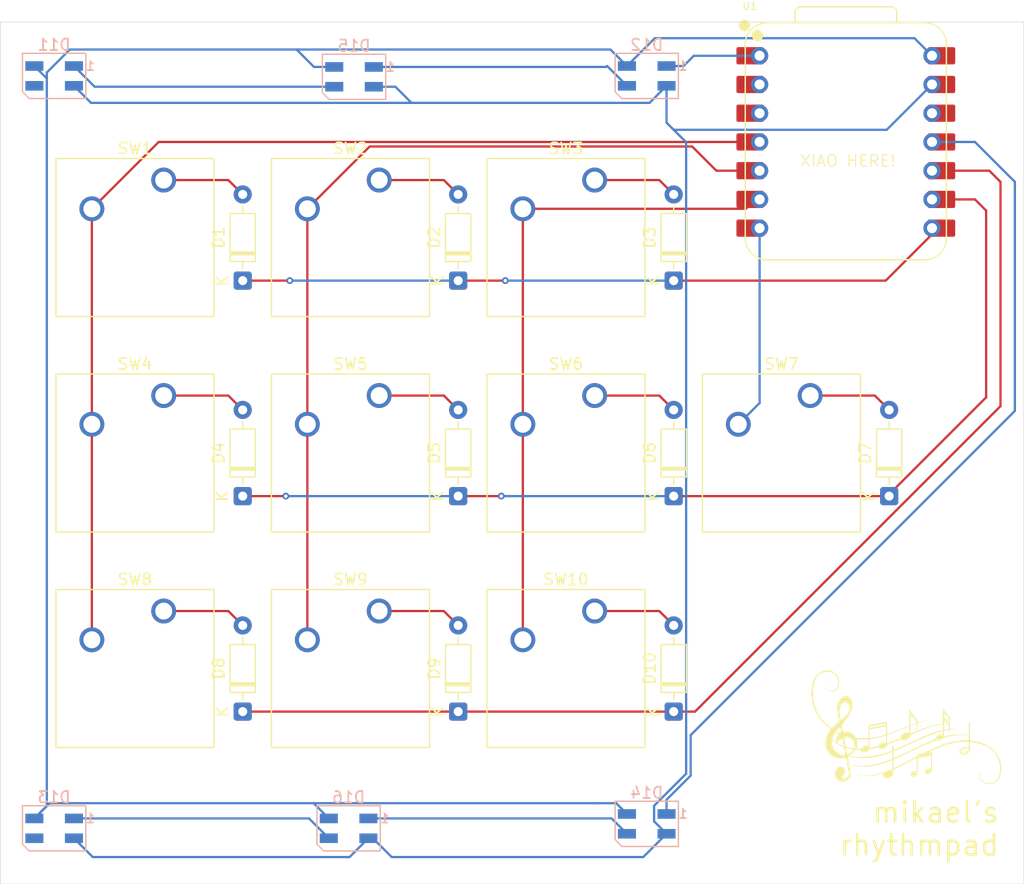
<source format=kicad_pcb>
(kicad_pcb (version 20241229) (generator "pcbnew") (generator_version "9.0")
  (layers (0 "F.Cu" signal) (2 "B.Cu" signal) (13 "F.Paste" user) (15 "B.Paste" user) (5 "F.SilkS" user "F.Silkscreen") (7 "B.SilkS" user "B.Silkscreen") (1 "F.Mask" user) (3 "B.Mask" user) (25 "Edge.Cuts" user))
  (net 0 "")
  (net 1 "Net-(D2-A)")
  (net 2 "Row 0")
  (net 3 "Net-(D3-A)")
  (net 4 "Net-(D4-A)")
  (net 5 "Net-(D5-A)")
  (net 6 "Row 1")
  (net 7 "Net-(D6-A)")
  (net 8 "Net-(D7-A)")
  (net 9 "Row 2")
  (net 10 "Net-(D8-A)")
  (net 11 "Net-(D9-A)")
  (net 12 "Net-(D10-A)")
  (net 13 "Col 0")
  (net 14 "Col 1")
  (net 15 "Col 2")
  (net 16 "GND")
  (net 17 "+5V")
  (net 21 "Net-(D11-DOUT)")
  (net 22 "Net-(D1-A)")
  (net 23 "Net-(D13-DOUT)")
  (net 24 "Col 3")
  (net 26 "Net-(D14-DOUT)")
  (net 28 "Net-(D12-DOUT)")
  (net 29 "Net-(D12-DIN)")
  (net 30 "Net-(D14-DIN)")
  (footprint "Diode_THT:D_DO-35_SOD27_P7.62mm_Horizontal" (layer "F.Cu") (at 166.6875 101.44125 90)
    (property "Reference" "D3")
    (property "Value" "D")
  )
  (footprint "Diode_THT:D_DO-35_SOD27_P7.62mm_Horizontal" (layer "F.Cu") (at 128.5875 139.54125 90)
    (property "Reference" "D8")
    (property "Value" "D")
  )
  (footprint "Button_Switch_Keyboard:SW_Cherry_MX_1.00u_PCB" (layer "F.Cu") (at 140.6525 111.60125)
    (property "Reference" "SW5")
    (property "Value" "SW_Push")
  )
  (footprint "Button_Switch_Keyboard:SW_Cherry_MX_1.00u_PCB" (layer "F.Cu") (at 159.7025 130.65125)
    (property "Reference" "SW10")
    (property "Value" "SW_Push")
  )
  (footprint "Diode_THT:D_DO-35_SOD27_P7.62mm_Horizontal" (layer "F.Cu") (at 128.5875 120.49125 90)
    (property "Reference" "D4")
    (property "Value" "D")
  )
  (footprint "Button_Switch_Keyboard:SW_Cherry_MX_1.00u_PCB" (layer "F.Cu") (at 140.6525 130.65125)
    (property "Reference" "SW9")
    (property "Value" "SW_Push")
  )
  (footprint "Diode_THT:D_DO-35_SOD27_P7.62mm_Horizontal" (layer "F.Cu") (at 147.6375 139.54125 90)
    (property "Reference" "D9")
    (property "Value" "D")
  )
  (footprint "Button_Switch_Keyboard:SW_Cherry_MX_1.00u_PCB" (layer "F.Cu") (at 159.7025 92.55125)
    (property "Reference" "SW3")
    (property "Value" "SW_Push")
  )
  (footprint "Button_Switch_Keyboard:SW_Cherry_MX_1.00u_PCB" (layer "F.Cu") (at 121.6025 92.55125)
    (property "Reference" "SW1")
    (property "Value" "SW_Push")
  )
  (footprint "Diode_THT:D_DO-35_SOD27_P7.62mm_Horizontal" (layer "F.Cu") (at 147.6375 101.44125 90)
    (property "Reference" "D2")
    (property "Value" "D")
  )
  (footprint "OPL:XIAO-RP2040-DIP" (layer "F.Cu") (at 181.90425 89.18175)
    (property "Reference" "U1")
    (property "Value" "XIAO-RP2040-DIP")
  )
  (footprint "Button_Switch_Keyboard:SW_Cherry_MX_1.00u_PCB" (layer "F.Cu") (at 121.6025 130.65125)
    (property "Reference" "SW8")
    (property "Value" "SW_Push")
  )
  (footprint "Diode_THT:D_DO-35_SOD27_P7.62mm_Horizontal" (layer "F.Cu") (at 166.6875 120.49125 90)
    (property "Reference" "D6")
    (property "Value" "D")
  )
  (footprint "Button_Switch_Keyboard:SW_Cherry_MX_1.00u_PCB" (layer "F.Cu") (at 121.6025 111.60125)
    (property "Reference" "SW4")
    (property "Value" "SW_Push")
  )
  (footprint "Button_Switch_Keyboard:SW_Cherry_MX_1.00u_PCB" (layer "F.Cu") (at 178.7525 111.60125)
    (property "Reference" "SW7")
    (property "Value" "SW_Push")
  )
  (footprint "Diode_THT:D_DO-35_SOD27_P7.62mm_Horizontal" (layer "F.Cu") (at 185.7375 120.49125 90)
    (property "Reference" "D7")
    (property "Value" "D")
  )
  (footprint "Diode_THT:D_DO-35_SOD27_P7.62mm_Horizontal" (layer "F.Cu") (at 128.5875 101.44125 90)
    (property "Reference" "D1")
    (property "Value" "D")
  )
  (footprint "Button_Switch_Keyboard:SW_Cherry_MX_1.00u_PCB" (layer "F.Cu") (at 159.7025 111.60125)
    (property "Reference" "SW6")
    (property "Value" "SW_Push")
  )
  (footprint "Button_Switch_Keyboard:SW_Cherry_MX_1.00u_PCB" (layer "F.Cu") (at 140.6525 92.55125)
    (property "Reference" "SW2")
    (property "Value" "SW_Push")
  )
  (footprint "Diode_THT:D_DO-35_SOD27_P7.62mm_Horizontal" (layer "F.Cu") (at 147.6375 120.49125 90)
    (property "Reference" "D5")
    (property "Value" "D")
  )
  (footprint "Diode_THT:D_DO-35_SOD27_P7.62mm_Horizontal" (layer "F.Cu") (at 166.6875 139.54125 90)
    (property "Reference" "D10")
    (property "Value" "D")
  )
  (footprint "LED_SMD:LED_SK6812MINI_PLCC4_3.5x3.5mm_P1.75mm" (layer "B.Cu") (at 164.30625 149.465 180)
    (property "Reference" "D14")
    (property "Value" "SK6812MINI")
  )
  (footprint "LED_SMD:LED_SK6812MINI_PLCC4_3.5x3.5mm_P1.75mm" (layer "B.Cu") (at 137.95 149.86 180)
    (property "Reference" "D16")
    (property "Value" "SK6812MINI")
  )
  (footprint "LED_SMD:LED_SK6812MINI_PLCC4_3.5x3.5mm_P1.75mm" (layer "B.Cu") (at 111.91875 149.86 180)
    (property "Reference" "D13")
    (property "Value" "SK6812MINI")
  )
  (footprint "LED_SMD:LED_SK6812MINI_PLCC4_3.5x3.5mm_P1.75mm" (layer "B.Cu") (at 138.43 83.425 180)
    (property "Reference" "D15")
    (property "Value" "SK6812MINI")
  )
  (footprint "LED_SMD:LED_SK6812MINI_PLCC4_3.5x3.5mm_P1.75mm" (layer "B.Cu") (at 111.91875 83.34375 180)
    (property "Reference" "D11")
    (property "Value" "SK6812MINI")
  )
  (footprint "LED_SMD:LED_SK6812MINI_PLCC4_3.5x3.5mm_P1.75mm" (layer "B.Cu") (at 164.30625 83.34375 180)
    (property "Reference" "D12")
    (property "Value" "SK6812MINI")
  )
  (gr_poly (pts (xy 180.34 135.89) (xy 180.384771 135.892891) (xy 180.429851 135.898015) (xy 180.475118 135.905349) (xy 180.520446 135.914873) (xy 180.565713 135.926565) (xy 180.610793 135.940406) (xy 180.655564 135.956374) (xy 180.6999 135.974447) (xy 180.743678 135.994606) (xy 180.786774 136.016829) (xy 180.829064 136.041096) (xy 180.870424 136.067384) (xy 180.910729 136.095674) (xy 180.949857 136.125945) (xy 180.987682 136.158175) (xy 181.024081 136.192344) (xy 181.058929 136.228431) (xy 181.092103 136.266414) (xy 181.123479 136.306273) (xy 181.152933 136.347987) (xy 181.18034 136.391535) (xy 181.205576 136.436897) (xy 181.228519 136.48405) (xy 181.249043 136.532974) (xy 181.267024 136.583649) (xy 181.282339 136.636053) (xy 181.294863 136.690166) (xy 181.304473 136.745966) (xy 181.311044 136.803433) (xy 181.314452 136.862545) (xy 181.314903 136.890793) (xy 181.31468 136.919166) (xy 181.313806 136.947637) (xy 181.312303 136.976184) (xy 181.307495 137.0334) (xy 181.30043 137.090616) (xy 181.291281 137.147634) (xy 181.280222 137.204254) (xy 181.267427 137.26028) (xy 181.253069 137.315512) (xy 181.245559 137.340239) (xy 181.23694 137.364405) (xy 181.227247 137.387994) (xy 181.216511 137.410989) (xy 181.204766 137.433375) (xy 181.192045 137.455136) (xy 181.17838 137.476255) (xy 181.163805 137.496718) (xy 181.148353 137.516508) (xy 181.132056 137.535609) (xy 181.114947 137.554006) (xy 181.09706 137.571682) (xy 181.078427 137.588622) (xy 181.059082 137.604809) (xy 181.039056 137.620229) (xy 181.018384 137.634864) (xy 180.997098 137.648699) (xy 180.97523 137.661718) (xy 180.952815 137.673906) (xy 180.929885 137.685246) (xy 180.906472 137.695723) (xy 180.882611 137.70532) (xy 180.858333 137.714022) (xy 180.833672 137.721812) (xy 180.80866 137.728676) (xy 180.783331 137.734597) (xy 180.757717 137.739558) (xy 180.731852 137.743545) (xy 180.705769 137.746542) (xy 180.6795 137.748532) (xy 180.653078 137.749499) (xy 180.626536 137.749428) (xy 180.577632 137.746234) (xy 180.529492 137.739151) (xy 180.482331 137.72836) (xy 180.436367 137.71404) (xy 180.391816 137.696372) (xy 180.348897 137.675535) (xy 180.307826 137.651709) (xy 180.268819 137.625074) (xy 180.232095 137.59581) (xy 180.19787 137.564096) (xy 180.16636 137.530113) (xy 180.137784 137.494039) (xy 180.112359 137.456056) (xy 180.0903 137.416343) (xy 180.071826 137.375079) (xy 180.064 137.353922) (xy 180.057153 137.332445) (xy 180.067032 137.344985) (xy 180.076852 137.357952) (xy 180.096476 137.384899) (xy 180.136792 137.440924) (xy 180.158128 137.468912) (xy 180.169232 137.482661) (xy 180.18068 137.496156) (xy 180.192512 137.509328) (xy 180.204769 137.52211) (xy 180.217492 137.534433) (xy 180.230719 137.546228) (xy 180.263543 137.573042) (xy 180.297254 137.597149) (xy 180.331747 137.618586) (xy 180.366918 137.637386) (xy 180.40266 137.653584) (xy 180.438869 137.667216) (xy 180.475441 137.678317) (xy 180.512269 137.686921) (xy 180.549249 137.693062) (xy 180.586276 137.696777) (xy 180.623245 137.6981) (xy 180.660051 137.697066) (xy 180.696589 137.693709) (xy 180.732753 137.688065) (xy 180.768439 137.680168) (xy 180.803542 137.670053) (xy 180.837957 137.657756) (xy 180.871578 137.643311) (xy 180.9043 137.626753) (xy 180.93602 137.608116) (xy 180.966631 137.587436) (xy 180.996028 137.564748) (xy 181.024107 137.540086) (xy 181.050762 137.513486) (xy 181.075889 137.484982) (xy 181.099382 137.454609) (xy 181.121136 137.422402) (xy 181.141047 137.388396) (xy 181.159009 137.352626) (xy 181.174917 137.315126) (xy 181.188667 137.275932) (xy 181.200153 137.235078) (xy 181.217206 137.156388) (xy 181.228732 137.078428) (xy 181.234806 137.001437) (xy 181.235507 136.925648) (xy 181.230913 136.851298) (xy 181.2211 136.778623) (xy 181.206146 136.707857) (xy 181.18613 136.639237) (xy 181.161127 136.572998) (xy 181.131216 136.509376) (xy 181.096475 136.448606) (xy 181.05698 136.390925) (xy 181.012809 136.336568) (xy 180.964041 136.28577) (xy 180.910751 136.238767) (xy 180.853019 136.195795) (xy 180.810119 136.168186) (xy 180.766395 136.142897) (xy 180.721918 136.119918) (xy 180.676757 136.099239) (xy 180.630982 136.080847) (xy 180.584663 136.064733) (xy 180.53787 136.050886) (xy 180.490672 136.039294) (xy 180.44314 136.029947) (xy 180.395342 136.022834) (xy 180.347349 136.017944) (xy 180.29923 136.015267) (xy 180.251055 136.01479) (xy 180.202895 136.016505) (xy 180.154818 136.020399) (xy 180.106894 136.026462) (xy 180.059194 136.034683) (xy 180.011787 136.045051) (xy 179.964743 136.057555) (xy 179.918131 136.072185) (xy 179.872021 136.088929) (xy 179.826484 136.107778) (xy 179.781588 136.128719) (xy 179.737404 136.151742) (xy 179.694001 136.176836) (xy 179.651449 136.203991) (xy 179.609818 136.233195) (xy 179.569178 136.264438) (xy 179.529599 136.297708) (xy 179.491149 136.332996) (xy 179.453899 136.370289) (xy 179.417919 136.409578) (xy 179.376273 136.45945) (xy 179.337755 136.5106) (xy 179.302219 136.562964) (xy 179.269521 136.616482) (xy 179.239514 136.671092) (xy 179.212053 136.726731) (xy 179.186991 136.783337) (xy 179.164184 136.840849) (xy 179.143485 136.899204) (xy 179.124749 136.958341) (xy 179.107829 137.018196) (xy 179.092581 137.078709) (xy 179.078858 137.139818) (xy 179.066515 137.20146) (xy 179.045386 137.326095) (xy 179.026024 137.469017) (xy 179.011635 137.611233) (xy 179.002282 137.752729) (xy 178.998026 137.893494) (xy 178.998929 138.033514) (xy 179.005054 138.172778) (xy 179.016462 138.311273) (xy 179.033215 138.448986) (xy 179.055376 138.585906) (xy 179.083006 138.72202) (xy 179.116168 138.857315) (xy 179.154923 138.991779) (xy 179.199334 139.1254) (xy 179.249462 139.258165) (xy 179.30537 139.390062) (xy 179.367119 139.521078) (xy 179.424684 139.632829) (xy 179.485429 139.741885) (xy 179.549313 139.848281) (xy 179.616291 139.952051) (xy 179.686319 140.053229) (xy 179.759356 140.151849) (xy 179.835356 140.247945) (xy 179.914278 140.341551) (xy 179.996076 140.432702) (xy 180.080709 140.52143) (xy 180.168132 140.607772) (xy 180.258302 140.69176) (xy 180.351176 140.773429) (xy 180.44671 140.852813) (xy 180.544861 140.929946) (xy 180.645586 141.004861) (xy 181.094319 140.594228) (xy 181.100344 140.58872) (xy 181.106502 140.583301) (xy 181.119157 140.572697) (xy 181.132159 140.562341) (xy 181.145384 140.552159) (xy 181.172007 140.532018) (xy 181.185158 140.52191) (xy 181.198036 140.511678) (xy 181.20649 140.504076) (xy 181.214401 140.496352) (xy 181.221783 140.488508) (xy 181.228649 140.480548) (xy 181.235014 140.472473) (xy 181.240894 140.464286) (xy 181.246301 140.455988) (xy 181.25125 140.447583) (xy 181.255756 140.439072) (xy 181.259833 140.430458) (xy 181.263495 140.421744) (xy 181.266757 140.412931) (xy 181.269633 140.404022) (xy 181.272137 140.395019) (xy 181.276088 140.376741) (xy 181.278724 140.358115) (xy 181.28016 140.339162) (xy 181.280511 140.319898) (xy 181.279891 140.300342) (xy 181.278416 140.280514) (xy 181.2762 140.260431) (xy 181.273357 140.240113) (xy 181.270002 140.219578) (xy 181.188246 139.807622) (xy 181.169482 139.704571) (xy 181.153024 139.601346) (xy 181.143772 139.529544) (xy 181.341968 139.529544) (xy 181.382185 139.864242) (xy 181.4015 140.018594) (xy 181.422402 140.168778) (xy 181.423944 140.178085) (xy 181.425789 140.186953) (xy 181.427926 140.195377) (xy 181.430348 140.203351) (xy 181.433045 140.210872) (xy 181.43601 140.217933) (xy 181.439234 140.22453) (xy 181.442709 140.230657) (xy 181.446425 140.23631) (xy 181.450374 140.241484) (xy 181.454549 140.246173) (xy 181.458939 140.250373) (xy 181.463537 140.254078) (xy 181.468335 140.257284) (xy 181.473323 140.259984) (xy 181.478493 140.262176) (xy 181.483837 140.263852) (xy 181.489347 140.265009) (xy 181.495012 140.265641) (xy 181.500826 140.265744) (xy 181.506779 140.265311) (xy 181.512863 140.264338) (xy 181.51907 140.262821) (xy 181.525391 140.260754) (xy 181.531817 140.258131) (xy 181.53834 140.254949) (xy 181.544951 140.251201) (xy 181.551642 140.246884) (xy 181.558405 140.241991) (xy 181.56523 140.236518) (xy 181.57211 140.23046) (xy 181.579035 140.223811) (xy 181.702827 140.098432) (xy 181.764214 140.035358) (xy 181.824833 139.971663) (xy 181.88436 139.907076) (xy 181.942473 139.841323) (xy 181.99885 139.774131) (xy 182.026287 139.73991) (xy 182.053168 139.705228) (xy 182.077301 139.672267) (xy 182.099681 139.638495) (xy 182.120294 139.603941) (xy 182.139125 139.568637) (xy 182.156157 139.532613) (xy 182.171375 139.495901) (xy 182.184764 139.458532) (xy 182.196308 139.420536) (xy 182.205992 139.381945) (xy 182.213799 139.34279) (xy 182.219716 139.303102) (xy 182.223726 139.262911) (xy 182.225813 139.222249) (xy 182.225962 139.181146) (xy 182.224158 139.139635) (xy 182.220385 139.097745) (xy 182.216281 139.069059) (xy 182.211067 139.040996) (xy 182.204674 139.013633) (xy 182.197035 138.98705) (xy 182.188082 138.961321) (xy 182.177746 138.936526) (xy 182.165958 138.912742) (xy 182.152652 138.890047) (xy 182.137757 138.868517) (xy 182.121207 138.84823) (xy 182.102934 138.829264) (xy 182.082868 138.811697) (xy 182.072141 138.803462) (xy 182.060941 138.795605) (xy 182.049259 138.788137) (xy 182.037086 138.781067) (xy 182.024415 138.774405) (xy 182.011235 138.76816) (xy 181.997539 138.762342) (xy 181.983318 138.756961) (xy 181.954896 138.747801) (xy 181.926797 138.740925) (xy 181.899044 138.736288) (xy 181.871664 138.733843) (xy 181.844681 138.733544) (xy 181.818119 138.735344) (xy 181.792004 138.739196) (xy 181.76636 138.745055) (xy 181.741212 138.752873) (xy 181.716585 138.762604) (xy 181.692504 138.774202) (xy 181.668993 138.78762) (xy 181.646078 138.802811) (xy 181.623783 138.819729) (xy 181.602132 138.838328) (xy 181.581152 138.858561) (xy 181.559787 138.88146) (xy 181.549228 138.893392) (xy 181.538818 138.905624) (xy 181.528607 138.918141) (xy 181.518644 138.930929) (xy 181.508978 138.94397) (xy 181.49966 138.957251) (xy 181.490739 138.970754) (xy 181.482264 138.984466) (xy 181.474285 138.998369) (xy 181.466852 139.012449) (xy 181.460014 139.026691) (xy 181.453821 139.041078) (xy 181.448323 139.055596) (xy 181.443569 139.070228) (xy 181.426445 139.130859) (xy 181.411356 139.191738) (xy 181.397953 139.252319) (xy 181.385889 139.312057) (xy 181.364392 139.42682) (xy 181.344085 139.531661) (xy 181.341968 139.529544) (xy 181.143772 139.529544) (xy 181.139691 139.497874) (xy 181.130303 139.394078) (xy 181.126334 139.316705) (xy 181.125643 139.240227) (xy 181.128382 139.164748) (xy 181.134701 139.09037) (xy 181.144754 139.017194) (xy 181.158692 138.945324) (xy 181.176666 138.874862) (xy 181.19883 138.80591) (xy 181.225334 138.73857) (xy 181.256331 138.672944) (xy 181.291973 138.609136) (xy 181.332411 138.547246) (xy 181.377798 138.487379) (xy 181.428285 138.429635) (xy 181.484025 138.374118) (xy 181.545169 138.320929) (xy 181.572009 138.299685) (xy 181.599351 138.27967) (xy 181.627201 138.260969) (xy 181.655567 138.24367) (xy 181.684453 138.227859) (xy 181.713866 138.213623) (xy 181.743812 138.20105) (xy 181.774298 138.190224) (xy 181.80533 138.181235) (xy 181.836914 138.174167) (xy 181.869055 138.169109) (xy 181.901761 138.166147) (xy 181.935038 138.165368) (xy 181.968891 138.166858) (xy 182.003327 138.170705) (xy 182.038353 138.176995) (xy 182.060719 138.182424) (xy 182.082571 138.188779) (xy 182.103902 138.196043) (xy 182.124706 138.204198) (xy 182.144977 138.213227) (xy 182.164708 138.223113) (xy 182.183893 138.23384) (xy 182.202526 138.24539) (xy 182.220602 138.257746) (xy 182.238113 138.270891) (xy 182.255053 138.284808) (xy 182.271417 138.299481) (xy 182.287198 138.314891) (xy 182.30239 138.331022) (xy 182.316987 138.347857) (xy 182.330982 138.365378) (xy 182.344369 138.38357) (xy 182.357142 138.402414) (xy 182.369296 138.421894) (xy 182.380822 138.441992) (xy 182.391717 138.462692) (xy 182.401973 138.483976) (xy 182.411583 138.505828) (xy 182.420543 138.52823) (xy 182.428845 138.551165) (xy 182.436484 138.574616) (xy 182.449746 138.623) (xy 182.46028 138.673244) (xy 182.468036 138.725212) (xy 182.476175 138.806125) (xy 182.48076 138.886145) (xy 182.481812 138.965272) (xy 182.479347 139.043506) (xy 182.473384 139.120847) (xy 182.463943 139.197295) (xy 182.451041 139.27285) (xy 182.434698 139.347512) (xy 182.414932 139.421281) (xy 182.391761 139.494157) (xy 182.365205 139.56614) (xy 182.335281 139.63723) (xy 182.302009 139.707428) (xy 182.265406 139.776732) (xy 182.225493 139.845143) (xy 182.182286 139.912662) (xy 182.122081 140.001264) (xy 182.06061 140.089271) (xy 181.997999 140.176683) (xy 181.934371 140.2635) (xy 181.86985 140.349721) (xy 181.80456 140.435346) (xy 181.672169 140.604812) (xy 181.655682 140.626226) (xy 181.640386 140.647637) (xy 181.62633 140.669092) (xy 181.613564 140.690636) (xy 181.602137 140.712317) (xy 181.592099 140.734181) (xy 181.583501 140.756274) (xy 181.57639 140.778643) (xy 181.570817 140.801335) (xy 181.566832 140.824395) (xy 181.564484 140.847871) (xy 181.563822 140.871809) (xy 181.564897 140.896256) (xy 181.567758 140.921258) (xy 181.572454 140.946861) (xy 181.579036 140.973112) (xy 181.585803 140.998698) (xy 181.591901 141.024606) (xy 181.597453 141.050763) (xy 181.602584 141.077093) (xy 181.621369 141.182662) (xy 181.62308 141.191412) (xy 181.625038 141.199808) (xy 181.627239 141.207852) (xy 181.629683 141.215549) (xy 181.632367 141.222903) (xy 181.635289 141.22992) (xy 181.638448 141.236602) (xy 181.641841 141.242954) (xy 181.645467 141.248981) (xy 181.649323 141.254686) (xy 181.653409 141.260074) (xy 181.65772 141.26515) (xy 181.662257 141.269917) (xy 181.667016 141.27438) (xy 181.671997 141.278543) (xy 181.677196 141.28241) (xy 181.682613 141.285986) (xy 181.688244 141.289274) (xy 181.694089 141.29228) (xy 181.700145 141.295006) (xy 181.70641 141.297459) (xy 181.712882 141.299641) (xy 181.71956 141.301558) (xy 181.726442 141.303213) (xy 181.733525 141.30461) (xy 181.740807 141.305755) (xy 181.748288 141.30665) (xy 181.755963 141.307301) (xy 181.771895 141.307887) (xy 181.788586 141.307545) (xy 181.860321 141.305561) (xy 181.8963 141.304717) (xy 181.932255 141.30437) (xy 181.96811 141.304817) (xy 182.003791 141.306355) (xy 182.021544 141.307626) (xy 182.039225 141.309282) (xy 182.056825 141.311359) (xy 182.074336 141.313895) (xy 182.130453 141.324127) (xy 182.184539 141.337311) (xy 182.236647 141.353372) (xy 182.286829 141.372236) (xy 182.335139 141.393828) (xy 182.381629 141.418075) (xy 182.426351 141.444901) (xy 182.469359 141.474233) (xy 182.510704 141.505995) (xy 182.550441 141.540114) (xy 182.588621 141.576515) (xy 182.625298 141.615123) (xy 182.660523 141.655865) (xy 182.69435 141.698665) (xy 182.726831 141.74345) (xy 182.758019 141.790145) (xy 182.762626 141.796955) (xy 182.767685 141.803846) (xy 182.773153 141.810749) (xy 182.778988 141.817596) (xy 182.785144 141.824319) (xy 182.79158 141.83085) (xy 182.798251 141.83712) (xy 182.805115 141.843062) (xy 182.812128 141.848607) (xy 182.819245 141.853687) (xy 182.826425 141.858233) (xy 182.833624 141.862178) (xy 182.840797 141.865453) (xy 182.844361 141.866818) (xy 182.847903 141.86799) (xy 182.851417 141.868961) (xy 182.854897 141.869722) (xy 182.858338 141.870264) (xy 182.861736 141.870578) (xy 183.117323 141.879938) (xy 183.372911 141.886718) (xy 183.884086 141.898095) (xy 183.88528 141.898045) (xy 183.886496 141.897896) (xy 183.887755 141.897648) (xy 183.88908 141.897301) (xy 183.890491 141.896855) (xy 183.892011 141.896309) (xy 183.893661 141.895664) (xy 183.895463 141.89492) (xy 183.904624 141.890951) (xy 183.91068 141.888371) (xy 183.914154 141.886933) (xy 183.917952 141.885395) (xy 183.917952 141.565778) (xy 183.91793 141.536145) (xy 183.998121 141.536145) (xy 183.998386 141.881161) (xy 184.002619 141.881161) (xy 184.062775 141.878179) (xy 184.135609 141.871095) (xy 184.311685 141.846269) (xy 184.515592 141.809984) (xy 184.732075 141.765538) (xy 184.945879 141.716231) (xy 185.141749 141.66536) (xy 185.304431 141.616226) (xy 185.368558 141.593342) (xy 185.418668 141.572128) (xy 185.420652 141.571075) (xy 185.422632 141.569903) (xy 185.424604 141.568618) (xy 185.426565 141.567225) (xy 185.42851 141.56573) (xy 185.430435 141.564138) (xy 185.434213 141.560685) (xy 185.437867 141.556909) (xy 185.441365 141.552855) (xy 185.444678 141.548565) (xy 185.447773 141.544082) (xy 185.450621 141.539451) (xy 185.453189 141.534714) (xy 185.455447 141.529916) (xy 185.457364 141.525098) (xy 185.458185 141.522696) (xy 185.45891 141.520306) (xy 185.459533 141.517933) (xy 185.460052 141.515582) (xy 185.460462 141.513259) (xy 185.46076 141.510969) (xy 185.460941 141.508718) (xy 185.461002 141.506512) (xy 185.463119 141.363306) (xy 185.463648 141.219703) (xy 185.463119 140.932894) (xy 185.463032 140.927065) (xy 185.462771 140.921482) (xy 185.462336 140.916143) (xy 185.461726 140.911046) (xy 185.46094 140.906189) (xy 185.45998 140.901571) (xy 185.458843 140.897189) (xy 185.45753 140.893042) (xy 185.45604 140.889127) (xy 185.454373 140.885443) (xy 185.452528 140.881987) (xy 185.450506 140.878758) (xy 185.448305 140.875754) (xy 185.445926 140.872973) (xy 185.443367 140.870413) (xy 185.440629 140.868072) (xy 185.437712 140.865947) (xy 185.434614 140.864038) (xy 185.431335 140.862342) (xy 185.427876 140.860858) (xy 185.424235 140.859582) (xy 185.420412 140.858514) (xy 185.416407 140.857651) (xy 185.41222 140.856992) (xy 185.407849 140.856535) (xy 185.403296 140.856277) (xy 185.398558 140.856216) (xy 185.393637 140.856351) (xy 185.388531 140.856681) (xy 185.38324 140.857201) (xy 185.372102 140.858811) (xy 184.728635 140.978932) (xy 184.085169 141.102228) (xy 184.081958 141.102964) (xy 184.078684 141.103972) (xy 184.075356 141.10524) (xy 184.071985 141.106755) (xy 184.068582 141.108504) (xy 184.065156 141.110474) (xy 184.061719 141.112653) (xy 184.058281 141.115027) (xy 184.051442 141.120312) (xy 184.044725 141.126226) (xy 184.038212 141.132668) (xy 184.031988 141.139534) (xy 184.026135 141.146723) (xy 184.020739 141.154132) (xy 184.015882 141.161658) (xy 184.011648 141.169201) (xy 184.008121 141.176656) (xy 184.006649 141.180319) (xy 184.005385 141.183922) (xy 184.004339 141.187452) (xy 184.003523 141.190897) (xy 184.002946 141.194243) (xy 184.002619 141.197478) (xy 183.999279 141.366216) (xy 183.998121 141.536145) (xy 183.91793 141.536145) (xy 183.917688 141.216528) (xy 183.91624 140.943512) (xy 184.015028 140.943512) (xy 184.015242 140.944706) (xy 184.015678 140.945974) (xy 184.016323 140.947309) (xy 184.017165 140.948708) (xy 184.01819 140.950166) (xy 184.019386 140.951679) (xy 184.02224 140.954848) (xy 184.025625 140.958178) (xy 184.029437 140.961632) (xy 184.033575 140.965172) (xy 184.042417 140.972366) (xy 184.051335 140.97946) (xy 184.059508 140.986157) (xy 184.06306 140.989264) (xy 184.066118 140.99216) (xy 184.064002 140.990044) (xy 184.322764 140.940831) (xy 184.572002 140.894793) (xy 184.974962 140.822033) (xy 185.175946 140.784363) (xy 185.376335 140.74451) (xy 185.379749 140.743582) (xy 185.38324 140.742394) (xy 185.386793 140.740957) (xy 185.390399 140.739285) (xy 185.397719 140.735283) (xy 185.405108 140.730487) (xy 185.412472 140.724997) (xy 185.419718 140.718912) (xy 185.426753 140.71233) (xy 185.433485 140.705352) (xy 185.439819 140.698076) (xy 185.445664 140.690602) (xy 185.450925 140.683028) (xy 185.455511 140.675454) (xy 185.459328 140.66798) (xy 185.460919 140.664311) (xy 185.462283 140.660704) (xy 185.463408 140.657171) (xy 185.464283 140.653725) (xy 185.464895 140.650379) (xy 185.465235 140.647144) (xy 185.465249 140.64048) (xy 185.464906 140.634367) (xy 185.46422 140.628783) (xy 185.463205 140.623708) (xy 185.461875 140.619121) (xy 185.460244 140.615002) (xy 185.458328 140.61133) (xy 185.45614 140.608085) (xy 185.453694 140.605246) (xy 185.451006 140.602792) (xy 185.448088 140.600704) (xy 185.444957 140.598961) (xy 185.441625 140.597541) (xy 185.438108 140.596425) (xy 185.43442 140.595592) (xy 185.430574 140.595021) (xy 185.426586 140.594692) (xy 185.42247 140.594584) (xy 185.418239 140.594677) (xy 185.41391 140.594951) (xy 185.405008 140.595956) (xy 185.395881 140.597435) (xy 185.359401 140.60481) (xy 184.413252 140.77626) (xy 184.247358 140.806158) (xy 184.205947 140.814191) (xy 184.164709 140.822992) (xy 184.123719 140.832835) (xy 184.083052 140.843993) (xy 184.080292 140.844915) (xy 184.07757 140.846087) (xy 184.074887 140.847496) (xy 184.072241 140.849132) (xy 184.069634 140.850984) (xy 184.067067 140.853039) (xy 184.064539 140.855288) (xy 184.062051 140.857719) (xy 184.059603 140.86032) (xy 184.057195 140.86308) (xy 184.052505 140.869034) (xy 184.047982 140.87549) (xy 184.043629 140.882358) (xy 184.03945 140.889549) (xy 184.035447 140.896972) (xy 184.031625 140.904538) (xy 184.027985 140.912157) (xy 184.021267 140.927192) (xy 184.015318 140.94136) (xy 184.01505 140.942395) (xy 184.015028 140.943512) (xy 183.91624 140.943512) (xy 183.915836 140.867279) (xy 183.916261 140.851222) (xy 183.917551 140.836355) (xy 183.918528 140.829353) (xy 183.919728 140.82263) (xy 183.921156 140.81618) (xy 183.922814 140.809996) (xy 183.924704 140.804073) (xy 183.92683 140.798404) (xy 183.929193 140.792983) (xy 183.931798 140.787804) (xy 183.934645 140.782861) (xy 183.937739 140.778147) (xy 183.941081 140.773656) (xy 183.944675 140.769383) (xy 183.948524 140.76532) (xy 183.952629 140.761462) (xy 183.956994 140.757802) (xy 183.961621 140.754334) (xy 183.966513 140.751053) (xy 183.971674 140.747951) (xy 183.977104 140.745023) (xy 183.982808 140.742263) (xy 183.995047 140.737219) (xy 184.008411 140.732771) (xy 184.022922 140.728868) (xy 184.038602 140.725462) (xy 185.416552 140.471462) (xy 185.437956 140.467513) (xy 185.457013 140.464479) (xy 185.473856 140.462481) (xy 185.481489 140.461908) (xy 185.488618 140.461639) (xy 185.495261 140.46169) (xy 185.501433 140.462075) (xy 185.507153 140.462809) (xy 185.512435 140.463909) (xy 185.517297 140.465388) (xy 185.521756 140.467262) (xy 185.525828 140.469546) (xy 185.529529 140.472255) (xy 185.532878 140.475405) (xy 185.535889 140.47901) (xy 185.538581 140.483086) (xy 185.540968 140.487647) (xy 185.54307 140.492709) (xy 185.544901 140.498287) (xy 185.546478 140.504395) (xy 185.547819 140.51105) (xy 185.548939 140.518266) (xy 185.549856 140.526059) (xy 185.551147 140.543433) (xy 185.551823 140.563294) (xy 185.552019 140.585762) (xy 185.552019 141.523445) (xy 185.631394 141.501485) (xy 185.665724 141.491596) (xy 185.68207 141.48649) (xy 185.698068 141.481112) (xy 187.446435 140.812245) (xy 187.451657 140.810229) (xy 187.456613 140.808149) (xy 187.461308 140.806003) (xy 187.46575 140.803787) (xy 187.469943 140.8015) (xy 187.473894 140.799139) (xy 187.477609 140.796702) (xy 187.481095 140.794187) (xy 187.484358 140.791592) (xy 187.487404 140.788913) (xy 187.490239 140.786149) (xy 187.492869 140.783298) (xy 187.495301 140.780357) (xy 187.497541 140.777323) (xy 187.499594 140.774195) (xy 187.501468 140.77097) (xy 187.503168 140.767646) (xy 187.504701 140.76422) (xy 187.506073 140.76069) (xy 187.507289 140.757055) (xy 187.508357 140.75331) (xy 187.509282 140.749455) (xy 187.51007 140.745487) (xy 187.510729 140.741403) (xy 187.511679 140.732879) (xy 187.512184 140.723866) (xy 187.512291 140.714344) (xy 187.512052 140.704295) (xy 187.512052 140.241207) (xy 187.61309 140.241207) (xy 187.613387 140.405844) (xy 187.615769 140.746627) (xy 187.613651 140.748744) (xy 187.8912 140.64979) (xy 188.157635 140.554011) (xy 188.144376 140.510021) (xy 188.129254 140.467699) (xy 188.11234 140.426977) (xy 188.093705 140.387786) (xy 188.07342 140.35006) (xy 188.051558 140.313728) (xy 188.028188 140.278723) (xy 188.003383 140.244978) (xy 187.977213 140.212422) (xy 187.949751 140.18099) (xy 187.921067 140.150611) (xy 187.891233 140.121219) (xy 187.860319 140.092744) (xy 187.828398 140.065119) (xy 187.795541 140.038275) (xy 187.761818 140.012144) (xy 187.754148 140.006649) (xy 187.746621 140.001672) (xy 187.739241 139.99721) (xy 187.732015 139.993259) (xy 187.724949 139.989817) (xy 187.718049 139.98688) (xy 187.71132 139.984446) (xy 187.704768 139.982511) (xy 187.698399 139.981072) (xy 187.692218 139.980125) (xy 187.686232 139.979669) (xy 187.680447 139.9797) (xy 187.674868 139.980214) (xy 187.6695 139.981208) (xy 187.664351 139.982681) (xy 187.659425 139.984627) (xy 187.654729 139.987045) (xy 187.650267 139.989931) (xy 187.646047 139.993283) (xy 187.642074 139.997096) (xy 187.638354 140.001368) (xy 187.634892 140.006096) (xy 187.631694 140.011276) (xy 187.628766 140.016907) (xy 187.626115 140.022983) (xy 187.623745 140.029503) (xy 187.621663 140.036464) (xy 187.619874 140.043861) (xy 187.618384 140.051693) (xy 187.6172 140.059955) (xy 187.616326 140.068645) (xy 187.615769 140.077761) (xy 187.613945 140.159459) (xy 187.61309 140.241207) (xy 187.512052 140.241207) (xy 187.512052 139.504145) (xy 187.512052 139.368679) (xy 187.515922 139.371336) (xy 187.519596 139.373768) (xy 187.526372 139.378038) (xy 187.537716 139.384818) (xy 187.542334 139.387675) (xy 187.54439 139.389046) (xy 187.546282 139.390407) (xy 187.548013 139.391782) (xy 187.549585 139.39319) (xy 187.551003 139.394654) (xy 187.552268 139.396195) (xy 187.595399 139.455272) (xy 187.637762 139.514795) (xy 187.721866 139.633791) (xy 187.764451 139.69257) (xy 187.807955 139.750406) (xy 187.852797 139.806953) (xy 187.875853 139.834634) (xy 187.899401 139.861862) (xy 187.981414 139.95366) (xy 188.016092 139.993347) (xy 188.047105 140.029905) (xy 188.074869 140.064095) (xy 188.099799 140.096675) (xy 188.12231 140.128406) (xy 188.142818 140.160047) (xy 188.161739 140.192358) (xy 188.179488 140.226098) (xy 188.19648 140.262027) (xy 188.213131 140.300905) (xy 188.229857 140.343491) (xy 188.247072 140.390545) (xy 188.265193 140.442826) (xy 188.284635 140.501095) (xy 189.226551 140.240746) (xy 189.226575 140.241912) (xy 189.226646 140.243036) (xy 189.22676 140.244122) (xy 189.226915 140.245177) (xy 189.227107 140.246208) (xy 189.227332 140.247219) (xy 189.227589 140.248219) (xy 189.227874 140.249212) (xy 189.228515 140.251205) (xy 189.22923 140.253247) (xy 189.229995 140.255388) (xy 189.230785 140.257679) (xy 188.815918 140.386002) (xy 188.608683 140.449072) (xy 188.401051 140.509562) (xy 188.383974 140.514882) (xy 188.368413 140.520567) (xy 188.361178 140.523568) (xy 188.354296 140.526687) (xy 188.347758 140.529931) (xy 188.341553 140.533309) (xy 188.335675 140.536829) (xy 188.330113 140.540501) (xy 188.324858 140.544332) (xy 188.319903 140.548332) (xy 188.315237 140.552508) (xy 188.310853 140.55687) (xy 188.30674 140.561425) (xy 188.302891 140.566183) (xy 188.299296 140.571152) (xy 188.295946 140.576339) (xy 188.292833 140.581755) (xy 188.289947 140.587408) (xy 188.28728 140.593305) (xy 188.284823 140.599455) (xy 188.282566 140.605868) (xy 188.280501 140.612551) (xy 188.276911 140.626763) (xy 188.273982 140.64216) (xy 188.271641 140.658809) (xy 188.269819 140.676779) (xy 188.266701 140.704512) (xy 188.262936 140.732151) (xy 188.253646 140.787177) (xy 188.242323 140.841904) (xy 188.229338 140.896383) (xy 188.215063 140.950664) (xy 188.19987 141.004796) (xy 188.168219 141.112812) (xy 188.164704 141.123033) (xy 188.160538 141.133065) (xy 188.155764 141.142917) (xy 188.150426 141.152599) (xy 188.144566 141.162119) (xy 188.13823 141.171488) (xy 188.131459 141.180714) (xy 188.124298 141.189806) (xy 188.116789 141.198774) (xy 188.108977 141.207628) (xy 188.100904 141.216376) (xy 188.092614 141.225029) (xy 188.075557 141.242082) (xy 188.058152 141.258862) (xy 188.086649 141.17952) (xy 188.112689 141.09998) (xy 188.124455 141.060011) (xy 188.135208 141.019844) (xy 188.144813 140.979429) (xy 188.153137 140.938717) (xy 188.160048 140.897656) (xy 188.165411 140.8562) (xy 188.169094 140.814296) (xy 188.170964 140.771897) (xy 188.170886 140.728951) (xy 188.168727 140.685411) (xy 188.164355 140.641225) (xy 188.157636 140.596345) (xy 187.89755 140.695829) (xy 187.77098 140.745174) (xy 187.645402 140.795312) (xy 187.643815 140.795993) (xy 187.642231 140.79684) (xy 187.640653 140.797845) (xy 187.639085 140.799) (xy 187.637529 140.800298) (xy 187.635988 140.80173) (xy 187.634467 140.80329) (xy 187.632966 140.80497) (xy 187.631491 140.80676) (xy 187.630044 140.808655) (xy 187.627245 140.812725) (xy 187.624595 140.817118) (xy 187.622118 140.821771) (xy 187.619841 140.826622) (xy 187.617786 140.83161) (xy 187.615979 140.836672) (xy 187.614445 140.841747) (xy 187.613209 140.846772) (xy 187.612296 140.851685) (xy 187.611729 140.856425) (xy 187.611584 140.85871) (xy 187.611535 140.860929) (xy 187.610642 141.012072) (xy 187.610741 141.1652) (xy 187.611535 141.485345) (xy 188.311623 141.199695) (xy 188.663452 141.065539) (xy 189.01806 140.941627) (xy 189.196778 140.884559) (xy 189.376637 140.831308) (xy 189.557785 140.782292) (xy 189.740373 140.737931) (xy 189.924548 140.698642) (xy 190.110459 140.664844) (xy 190.298255 140.636955) (xy 190.488085 140.615395) (xy 190.488085 140.539325) (xy 190.574171 140.539325) (xy 190.574194 140.545278) (xy 190.574604 140.557185) (xy 190.576092 140.580997) (xy 190.576724 140.592904) (xy 190.576985 140.60481) (xy 190.888135 140.60481) (xy 190.917768 140.56671) (xy 190.897218 140.549872) (xy 190.876791 140.53281) (xy 190.836012 140.498712) (xy 190.815511 140.482023) (xy 190.794836 140.465805) (xy 190.773913 140.450231) (xy 190.763336 140.442741) (xy 190.752668 140.435477) (xy 190.745032 140.430485) (xy 190.737215 140.425807) (xy 190.729237 140.421408) (xy 190.721117 140.417254) (xy 190.712873 140.41331) (xy 190.704523 140.409543) (xy 190.687581 140.402404) (xy 190.653252 140.388745) (xy 190.636161 140.381679) (xy 190.627699 140.377968) (xy 190.619319 140.374093) (xy 190.596564 140.441033) (xy 190.591123 140.457954) (xy 190.58598 140.474999) (xy 190.581234 140.492192) (xy 190.576985 140.50956) (xy 190.575938 140.515513) (xy 190.575162 140.521466) (xy 190.574627 140.527419) (xy 190.574306 140.533372) (xy 190.574171 140.539325) (xy 190.488085 140.539325) (xy 190.488085 139.99521) (xy 190.593919 139.99521) (xy 190.593962 139.99681) (xy 190.594088 139.998432) (xy 190.59458 140.001738) (xy 190.59537 140.005112) (xy 190.596432 140.008539) (xy 190.597743 140.012002) (xy 190.599276 140.015488) (xy 190.601009 140.01898) (xy 190.602914 140.022462) (xy 190.604969 140.02592) (xy 190.607148 140.029337) (xy 190.609426 140.032699) (xy 190.611778 140.035989) (xy 190.61418 140.039193) (xy 190.616607 140.042294) (xy 190.621436 140.048127) (xy 191.021485 140.511677) (xy 191.02552 140.480258) (xy 191.028365 140.457173) (xy 191.032069 140.424894) (xy 191.034612 140.381433) (xy 191.034355 140.339144) (xy 191.031376 140.298008) (xy 191.025752 140.258008) (xy 191.01756 140.219123) (xy 191.006879 140.181336) (xy 190.993786 140.144628) (xy 190.978358 140.108981) (xy 190.960673 140.074375) (xy 190.940808 140.040793) (xy 190.918841 140.008215) (xy 190.894849 139.976623) (xy 190.86891 139.945999) (xy 190.841101 139.916323) (xy 190.8115 139.887577) (xy 190.780185 139.859743) (xy 190.771214 139.852444) (xy 190.761792 139.845596) (xy 190.751968 139.839159) (xy 190.741787 139.833087) (xy 190.731297 139.827337) (xy 190.720542 139.821867) (xy 190.709571 139.816632) (xy 190.698429 139.811589) (xy 190.675819 139.801907) (xy 190.653086 139.792473) (xy 190.6306 139.78294) (xy 190.608735 139.77296) (xy 190.604039 139.828523) (xy 190.599739 139.884085) (xy 190.596234 139.939648) (xy 190.594903 139.967429) (xy 190.593919 139.99521) (xy 190.488085 139.99521) (xy 190.488085 139.239562) (xy 190.519042 139.285335) (xy 190.52946 139.300582) (xy 190.534185 139.30725) (xy 190.538886 139.313646) (xy 190.697107 139.5142) (xy 190.777011 139.613683) (xy 190.817508 139.662879) (xy 190.858502 139.711579) (xy 190.902236 139.762391) (xy 190.945252 139.813675) (xy 190.966079 139.839703) (xy 190.986234 139.8661) (xy 191.005551 139.892949) (xy 191.023866 139.920335) (xy 191.041016 139.948341) (xy 191.056836 139.977051) (xy 191.071161 140.006548) (xy 191.083828 140.036917) (xy 191.094671 140.068241) (xy 191.099357 140.084287) (xy 191.103526 140.100603) (xy 191.107158 140.1172) (xy 191.11023 140.134088) (xy 191.112724 140.151277) (xy 191.114618 140.168779) (xy 191.115893 140.189019) (xy 191.116582 140.20926) (xy 191.116744 140.229501) (xy 191.116437 140.249741) (xy 191.114656 140.290222) (xy 191.111708 140.330704) (xy 191.1042 140.411666) (xy 191.100583 140.452148) (xy 191.097685 140.492629) (xy 191.09717 140.498979) (xy 191.096444 140.505329) (xy 191.09451 140.518029) (xy 191.089747 140.543429) (xy 191.087515 140.556129) (xy 191.086566 140.562479) (xy 191.085778 140.568829) (xy 191.085189 140.575179) (xy 191.084835 140.581529) (xy 191.084755 140.587879) (xy 191.084984 140.594229) (xy 191.108532 140.830237) (xy 191.133668 141.072596) (xy 191.923184 141.072596) (xy 191.923184 141.093762) (xy 191.828199 141.092968) (xy 191.781202 141.092869) (xy 191.757915 141.093154) (xy 191.734801 141.093762) (xy 191.458576 141.107256) (xy 191.320463 141.113705) (xy 191.182351 141.119162) (xy 191.170487 141.119882) (xy 191.164875 141.120485) (xy 191.159469 141.12125) (xy 191.154262 141.122178) (xy 191.14925 141.123269) (xy 191.144427 141.124524) (xy 191.139786 141.125942) (xy 191.135322 141.127525) (xy 191.131028 141.129273) (xy 191.1269 141.131186) (xy 191.122931 141.133264) (xy 191.119116 141.135508) (xy 191.115448 141.137918) (xy 191.111922 141.140495) (xy 191.108532 141.14324) (xy 191.105272 141.146151) (xy 191.102137 141.14923) (xy 191.09912 141.152478) (xy 191.096216 141.155894) (xy 191.090724 141.163234) (xy 191.085612 141.171252) (xy 191.080836 141.179953) (xy 191.076348 141.189339) (xy 191.072101 141.199413) (xy 191.068051 141.210179) (xy 191.062723 141.224419) (xy 191.057079 141.238568) (xy 191.044965 141.266635) (xy 191.03196 141.294453) (xy 191.018309 141.322098) (xy 190.990064 141.377164) (xy 190.975967 141.404735) (xy 190.962217 141.432429) (xy 190.936817 141.419729) (xy 191.029951 141.140329) (xy 190.799498 141.181339) (xy 190.69092 141.200753) (xy 190.583334 141.220762) (xy 190.583334 141.752046) (xy 190.854143 141.689232) (xy 190.9897 141.662126) (xy 191.125399 141.638076) (xy 191.261272 141.617227) (xy 191.397349 141.59972) (xy 191.533662 141.585698) (xy 191.670242 141.575304) (xy 191.807119 141.56868) (xy 191.944325 141.565969) (xy 192.081891 141.567314) (xy 192.219847 141.572856) (xy 192.358225 141.58274) (xy 192.497056 141.597107) (xy 192.63637 141.6161) (xy 192.776199 141.639862) (xy 192.776199 141.002745) (xy 192.774877 140.786845) (xy 192.775307 140.678896) (xy 192.776403 140.624921) (xy 192.778317 140.570946) (xy 192.778421 140.567975) (xy 192.778726 140.565017) (xy 192.779223 140.56207) (xy 192.779901 140.559135) (xy 192.780751 140.55621) (xy 192.781764 140.553296) (xy 192.782929 140.550391) (xy 192.784237 140.547497) (xy 192.787244 140.541736) (xy 192.790707 140.536008) (xy 192.794548 140.530312) (xy 192.79869 140.524644) (xy 192.803055 140.519) (xy 192.807566 140.513378) (xy 192.816715 140.502187) (xy 192.821198 140.496612) (xy 192.825516 140.491046) (xy 192.829594 140.485486) (xy 192.833351 140.479929) (xy 192.836269 140.485858) (xy 192.839428 140.491744) (xy 192.842774 140.497593) (xy 192.846249 140.503411) (xy 192.860338 140.526496) (xy 192.863628 140.532251) (xy 192.866713 140.538013) (xy 192.869537 140.543788) (xy 192.872046 140.549581) (xy 192.874182 140.555398) (xy 192.87589 140.561247) (xy 192.876567 140.564185) (xy 192.877115 140.567133) (xy 192.877528 140.570092) (xy 192.8778 140.573062) (xy 192.879586 140.757543) (xy 192.879387 140.942421) (xy 192.8778 141.311779) (xy 192.8778 142.069546) (xy 193.278379 142.147068) (xy 193.474899 142.18712) (xy 193.572389 142.208944) (xy 193.669434 142.232529) (xy 193.753144 142.254792) (xy 193.835981 142.278773) (xy 193.917912 142.304553) (xy 193.998906 142.332211) (xy 194.078933 142.361829) (xy 194.157962 142.393487) (xy 194.235961 142.427266) (xy 194.3129 142.463246) (xy 194.388747 142.501508) (xy 194.463472 142.542133) (xy 194.537044 142.585201) (xy 194.609431 142.630793) (xy 194.680603 142.67899) (xy 194.750528 142.729871) (xy 194.819176 142.783519) (xy 194.886516 142.840012) (xy 194.949943 142.897663) (xy 195.01082 142.957825) (xy 195.069117 143.020378) (xy 195.124802 143.085203) (xy 195.177844 143.152181) (xy 195.228212 143.221194) (xy 195.320797 143.364847) (xy 195.402307 143.515209) (xy 195.47249 143.671329) (xy 195.531096 143.832255) (xy 195.577872 143.997035) (xy 195.612569 144.164718) (xy 195.634935 144.33435) (xy 195.644719 144.504981) (xy 195.64167 144.675659) (xy 195.635254 144.760717) (xy 195.625536 144.845431) (xy 195.612483 144.92968) (xy 195.596066 145.013345) (xy 195.576252 145.096309) (xy 195.55301 145.178451) (xy 195.526308 145.259653) (xy 195.496115 145.339796) (xy 195.470209 145.399006) (xy 195.441416 145.454827) (xy 195.4099 145.507306) (xy 195.375825 145.556489) (xy 195.339355 145.602423) (xy 195.300653 145.645154) (xy 195.259884 145.684728) (xy 195.217212 145.721193) (xy 195.1728 145.754594) (xy 195.126812 145.784978) (xy 195.079414 145.812392) (xy 195.030767 145.836882) (xy 194.981037 145.858494) (xy 194.930387 145.877276) (xy 194.878982 145.893274) (xy 194.826985 145.906533) (xy 194.774559 145.917102) (xy 194.72187 145.925025) (xy 194.669081 145.930351) (xy 194.616356 145.933124) (xy 194.563858 145.933392) (xy 194.511753 145.931202) (xy 194.460203 145.926599) (xy 194.409373 145.91963) (xy 194.359427 145.910342) (xy 194.310528 145.898782) (xy 194.262841 145.884995) (xy 194.216529 145.869029) (xy 194.171757 145.850929) (xy 194.128688 145.830742) (xy 194.087486 145.808516) (xy 194.048316 145.784296) (xy 194.016928 145.762289) (xy 193.98707 145.738794) (xy 193.958758 145.713893) (xy 193.93201 145.687673) (xy 193.906841 145.660219) (xy 193.883269 145.631617) (xy 193.86131 145.60195) (xy 193.840981 145.571306) (xy 193.822298 145.539769) (xy 193.805278 145.507424) (xy 193.789938 145.474356) (xy 193.776294 145.440652) (xy 193.764364 145.406395) (xy 193.754163 145.371672) (xy 193.745708 145.336567) (xy 193.739017 145.301167) (xy 193.734105 145.265555) (xy 193.73099 145.229818) (xy 193.729688 145.19404) (xy 193.730216 145.158308) (xy 193.73259 145.122706) (xy 193.736827 145.087319) (xy 193.742943 145.052233) (xy 193.750957 145.017533) (xy 193.760883 144.983305) (xy 193.772739 144.949632) (xy 193.786541 144.916602) (xy 193.802307 144.884299) (xy 193.820052 144.852808) (xy 193.839793 144.822215) (xy 193.861548 144.792605) (xy 193.885332 144.764062) (xy 193.853847 144.826504) (xy 193.8386 144.857527) (xy 193.831188 144.873162) (xy 193.823949 144.888946) (xy 193.80934 144.924027) (xy 193.796847 144.959378) (xy 193.786438 144.994931) (xy 193.778085 145.030622) (xy 193.771756 145.066384) (xy 193.767422 145.102151) (xy 193.765052 145.137858) (xy 193.764616 145.173439) (xy 193.766084 145.208827) (xy 193.769425 145.243957) (xy 193.77461 145.278764) (xy 193.781607 145.31318) (xy 193.790388 145.347141) (xy 193.800921 145.38058) (xy 193.813177 145.413431) (xy 193.827124 145.445629) (xy 193.842734 145.477108) (xy 193.859975 145.507801) (xy 193.878818 145.537643) (xy 193.899231 145.566569) (xy 193.921186 145.594511) (xy 193.944652 145.621404) (xy 193.969598 145.647183) (xy 193.995995 145.671782) (xy 194.023811 145.695134) (xy 194.053018 145.717173) (xy 194.083584 145.737835) (xy 194.115479 145.757052) (xy 194.148674 145.774759) (xy 194.183137 145.790891) (xy 194.218839 145.805381) (xy 194.25575 145.818163) (xy 194.303684 145.831899) (xy 194.351785 145.84335) (xy 194.399972 145.852521) (xy 194.448164 145.859421) (xy 194.49628 145.864057) (xy 194.544239 145.866438) (xy 194.59196 145.866572) (xy 194.639362 145.864464) (xy 194.686364 145.860125) (xy 194.732886 145.853561) (xy 194.778845 145.84478) (xy 194.824161 145.833789) (xy 194.868753 145.820598) (xy 194.912541 145.805212) (xy 194.955442 145.787641) (xy 194.997376 145.767892) (xy 195.038262 145.745972) (xy 195.07802 145.721889) (xy 195.116567 145.695652) (xy 195.153823 145.667267) (xy 195.189708 145.636743) (xy 195.224139 145.604088) (xy 195.257036 145.569308) (xy 195.288318 145.532413) (xy 195.317905 145.493408) (xy 195.345714 145.452304) (xy 195.371665 145.409106) (xy 195.395677 145.363823) (xy 195.417669 145.316463) (xy 195.43756 145.267033) (xy 195.455269 145.215542) (xy 195.470715 145.161996) (xy 195.49658 145.052897) (xy 195.517071 144.943977) (xy 195.532259 144.835376) (xy 195.542215 144.727236) (xy 195.54701 144.619697) (xy 195.546716 144.512901) (xy 195.541402 144.406988) (xy 195.53114 144.3021) (xy 195.516001 144.198378) (xy 195.496055 144.095963) (xy 195.471374 143.994996) (xy 195.442029 143.895617) (xy 195.40809 143.797969) (xy 195.369629 143.702192) (xy 195.326716 143.608428) (xy 195.279422 143.516817) (xy 195.227818 143.4275) (xy 195.171976 143.340619) (xy 195.111965 143.256314) (xy 195.047858 143.174727) (xy 194.979724 143.095999) (xy 194.907635 143.02027) (xy 194.831662 142.947683) (xy 194.751876 142.878377) (xy 194.668347 142.812495) (xy 194.581147 142.750176) (xy 194.490346 142.691563) (xy 194.396016 142.636796) (xy 194.298226 142.586016) (xy 194.19705 142.539365) (xy 194.092556 142.496984) (xy 193.984816 142.459013) (xy 193.871542 142.424373) (xy 193.757275 142.393032) (xy 193.642214 142.364321) (xy 193.526558 142.337569) (xy 193.061949 142.236763) (xy 193.052 142.234574) (xy 193.041982 142.232745) (xy 193.031877 142.231238) (xy 193.021667 142.230016) (xy 193.011333 142.229042) (xy 193.000856 142.22828) (xy 192.9794 142.227238) (xy 192.933957 142.226047) (xy 192.909673 142.225303) (xy 192.884149 142.224063) (xy 192.884149 142.348946) (xy 192.883376 142.406973) (xy 192.881537 142.465098) (xy 192.877535 142.58125) (xy 192.876812 142.639078) (xy 192.877899 142.696608) (xy 192.879346 142.725231) (xy 192.881516 142.753742) (xy 192.884498 142.782129) (xy 192.888382 142.810379) (xy 192.891784 142.84534) (xy 192.892153 142.879549) (xy 192.889621 142.912961) (xy 192.884318 142.945532) (xy 192.876376 142.977215) (xy 192.865923 143.007967) (xy 192.853092 143.037742) (xy 192.838012 143.066496) (xy 192.820815 143.094183) (xy 192.801631 143.120758) (xy 192.78059 143.146177) (xy 192.757823 143.170395) (xy 192.733461 143.193366) (xy 192.707634 143.215045) (xy 192.680474 143.235388) (xy 192.652109 143.25435) (xy 192.622673 143.271886) (xy 192.592293 143.28795) (xy 192.561103 143.302499) (xy 192.529231 143.315486) (xy 192.496809 143.326867) (xy 192.463968 143.336597) (xy 192.430837 143.344631) (xy 192.397547 143.350923) (xy 192.36423 143.35543) (xy 192.331016 143.358106) (xy 192.298035 143.358907) (xy 192.265417 143.357786) (xy 192.233295 143.3547) (xy 192.201797 143.349603) (xy 192.171056 143.34245) (xy 192.1412 143.333196) (xy 192.124868 143.326936) (xy 192.109212 143.320075) (xy 192.094242 143.31263) (xy 192.079965 143.304621) (xy 192.066389 143.296067) (xy 192.053521 143.286985) (xy 192.04137 143.277395) (xy 192.029942 143.267315) (xy 192.019247 143.256764) (xy 192.00929 143.24576) (xy 192.000081 143.234322) (xy 191.991627 143.222468) (xy 191.983936 143.210218) (xy 191.977015 143.197589) (xy 191.970873 143.184601) (xy 191.965516 143.171271) (xy 191.960953 143.157619) (xy 191.957192 143.143664) (xy 191.95424 143.129423) (xy 191.952243 143.115855) (xy 192.061103 143.115855) (xy 192.061152 143.120123) (xy 192.061459 143.124262) (xy 192.062034 143.128261) (xy 192.062885 143.132111) (xy 192.063879 143.135429) (xy 192.065261 143.138638) (xy 192.067006 143.141742) (xy 192.069094 143.144744) (xy 192.071501 143.147647) (xy 192.074204 143.150453) (xy 192.077183 143.153167) (xy 192.080413 143.15579) (xy 192.083872 143.158327) (xy 192.087539 143.16078) (xy 192.095403 143.165448) (xy 192.103825 143.169817) (xy 192.112626 143.173914) (xy 192.121625 143.177763) (xy 192.130642 143.181389) (xy 192.148014 143.18807) (xy 192.163302 143.194155) (xy 192.169715 143.197037) (xy 192.175067 143.199844) (xy 192.177185 143.199844) (xy 192.217472 143.195373) (xy 192.256593 143.189876) (xy 192.294573 143.183319) (xy 192.331437 143.175667) (xy 192.36721 143.166887) (xy 192.401916 143.156944) (xy 192.43558 143.145804) (xy 192.468227 143.133433) (xy 192.499882 143.119797) (xy 192.53057 143.104862) (xy 192.560315 143.088594) (xy 192.589142 143.070958) (xy 192.617076 143.051921) (xy 192.644142 143.031449) (xy 192.670365 143.009506) (xy 192.695769 142.98606) (xy 192.698877 142.982818) (xy 192.701854 142.979446) (xy 192.707444 142.972335) (xy 192.712586 142.964778) (xy 192.717332 142.956824) (xy 192.721731 142.948523) (xy 192.725832 142.939924) (xy 192.729685 142.931077) (xy 192.733339 142.922031) (xy 192.740251 142.903544) (xy 192.746965 142.884857) (xy 192.753877 142.86637) (xy 192.757532 142.857324) (xy 192.761385 142.848477) (xy 192.751837 142.844277) (xy 192.742248 142.83968) (xy 192.722987 142.829692) (xy 192.703677 142.819307) (xy 192.684391 142.809319) (xy 192.674781 142.804722) (xy 192.665204 142.800521) (xy 192.655672 142.796817) (xy 192.646192 142.793708) (xy 192.636774 142.791294) (xy 192.627427 142.789673) (xy 192.622783 142.789192) (xy 192.618161 142.788946) (xy 192.613561 142.788948) (xy 192.608985 142.78921) (xy 192.575055 142.791817) (xy 192.541544 142.795676) (xy 192.508474 142.8008) (xy 192.475866 142.807202) (xy 192.443741 142.814894) (xy 192.412122 142.823887) (xy 192.38103 142.834196) (xy 192.350486 142.845831) (xy 192.320514 142.858806) (xy 192.291133 142.873133) (xy 192.262366 142.888824) (xy 192.234235 142.905891) (xy 192.206761 142.924348) (xy 192.179966 142.944206) (xy 192.153872 142.965478) (xy 192.128501 142.988177) (xy 192.121369 142.995281) (xy 192.114308 143.003043) (xy 192.10739 143.011375) (xy 192.100686 143.020191) (xy 192.094268 143.029404) (xy 192.088206 143.038927) (xy 192.082571 143.048673) (xy 192.077436 143.058556) (xy 192.072872 143.068488) (xy 192.068949 143.078383) (xy 192.06574 143.088154) (xy 192.063314 143.097715) (xy 192.061745 143.106977) (xy 192.061304 143.11147) (xy 192.061103 143.115855) (xy 191.952243 143.115855) (xy 191.952105 143.114915) (xy 191.950795 143.100159) (xy 191.950317 143.085174) (xy 191.95068 143.069978) (xy 191.95189 143.05459) (xy 191.953956 143.039028) (xy 191.956886 143.023312) (xy 191.960687 143.007458) (xy 191.965367 142.991487) (xy 191.970934 142.975417) (xy 191.977396 142.959266) (xy 191.984759 142.943053) (xy 191.993033 142.926797) (xy 192.004318 142.906615) (xy 192.01671 142.886964) (xy 192.030163 142.867864) (xy 192.044631 142.849336) (xy 192.060068 142.831402) (xy 192.076428 142.814083) (xy 192.093665 142.7974) (xy 192.111732 142.781375) (xy 192.130584 142.766029) (xy 192.150173 142.751384) (xy 192.170456 142.73746) (xy 192.191384 142.724279) (xy 192.212912 142.711862) (xy 192.234994 142.700231) (xy 192.257584 142.689407) (xy 192.280635 142.679411) (xy 192.304102 142.670265) (xy 192.327938 142.66199) (xy 192.352098 142.654606) (xy 192.376534 142.648137) (xy 192.401202 142.642602) (xy 192.426054 142.638023) (xy 192.451045 142.634422) (xy 192.476129 142.631819) (xy 192.501259 142.630237) (xy 192.52639 142.629696) (xy 192.551475 142.630218) (xy 192.576468 142.631823) (xy 192.601323 142.634535) (xy 192.625994 142.638372) (xy 192.650434 142.643358) (xy 192.674599 142.649513) (xy 192.691927 142.65398) (xy 192.699911 142.655695) (xy 192.707457 142.657066) (xy 192.714574 142.658095) (xy 192.721275 142.658783) (xy 192.727569 142.65913) (xy 192.733469 142.659138) (xy 192.738983 142.658808) (xy 192.744124 142.658141) (xy 192.748903 142.657138) (xy 192.753329 142.655801) (xy 192.757414 142.654131) (xy 192.761169 142.652129) (xy 192.764605 142.649795) (xy 192.767732 142.647132) (xy 192.770562 142.64414) (xy 192.773104 142.640821) (xy 192.775371 142.637175) (xy 192.777373 142.633204) (xy 192.77912 142.628909) (xy 192.780624 142.624291) (xy 192.781896 142.619352) (xy 192.782946 142.614092) (xy 192.783785 142.608513) (xy 192.784424 142.602615) (xy 192.785145 142.58987) (xy 192.785196 142.575867) (xy 192.784665 142.560613) (xy 192.78345 142.518524) (xy 192.782879 142.47631) (xy 192.783078 142.391015) (xy 192.784665 142.21348) (xy 192.540754 142.205783) (xy 192.300225 142.210041) (xy 192.062891 142.22561) (xy 191.82856 142.251845) (xy 191.597045 142.288101) (xy 191.368156 142.333733) (xy 191.141704 142.388097) (xy 190.9175 142.450547) (xy 190.695355 142.520438) (xy 190.47508 142.597126) (xy 190.256485 142.679965) (xy 190.039381 142.768311) (xy 189.608892 142.958944) (xy 189.182099 143.163863) (xy 189.300631 143.142432) (xy 189.360096 143.131418) (xy 189.389705 143.125577) (xy 189.419164 143.119413) (xy 189.431071 143.117083) (xy 189.436728 143.116256) (xy 189.442188 143.115655) (xy 189.44745 143.115283) (xy 189.452516 143.115139) (xy 189.457386 143.115226) (xy 189.46206 143.115544) (xy 189.466539 143.116094) (xy 189.470823 143.116879) (xy 189.474913 143.117898) (xy 189.478808 143.119153) (xy 189.482509 143.120645) (xy 189.486017 143.122376) (xy 189.489332 143.124346) (xy 189.492454 143.126557) (xy 189.495385 143.12901) (xy 189.498123 143.131706) (xy 189.50067 143.134645) (xy 189.503025 143.137831) (xy 189.50519 143.141263) (xy 189.507165 143.144942) (xy 189.50895 143.14887) (xy 189.510545 143.153048) (xy 189.511952 143.157478) (xy 189.513169 143.162159) (xy 189.514198 143.167095) (xy 189.515039 143.172284) (xy 189.515693 143.17773) (xy 189.516159 143.183432) (xy 189.516532 143.195613) (xy 189.518119 143.965021) (xy 189.516532 144.73443) (xy 189.515362 144.755687) (xy 189.512307 144.776566) (xy 189.507455 144.797027) (xy 189.500892 144.817025) (xy 189.492706 144.83652) (xy 189.482985 144.855469) (xy 189.471814 144.87383) (xy 189.459282 144.89156) (xy 189.445476 144.908617) (xy 189.430483 144.924959) (xy 189.414389 144.940543) (xy 189.397283 144.955328) (xy 189.379251 144.969272) (xy 189.360381 144.982331) (xy 189.34076 144.994464) (xy 189.320475 145.005628) (xy 189.299614 145.015782) (xy 189.278262 145.024882) (xy 189.256509 145.032887) (xy 189.23444 145.039755) (xy 189.212144 145.045443) (xy 189.189706 145.049909) (xy 189.167216 145.053111) (xy 189.144759 145.055006) (xy 189.122423 145.055552) (xy 189.100295 145.054708) (xy 189.078462 145.05243) (xy 189.057012 145.048677) (xy 189.036032 145.043405) (xy 189.015609 145.036574) (xy 188.995829 145.028141) (xy 188.976782 145.018063) (xy 188.968237 145.012757) (xy 188.96007 145.007164) (xy 188.952285 145.001295) (xy 188.944887 144.99516) (xy 188.937881 144.988772) (xy 188.931273 144.98214) (xy 188.925066 144.975276) (xy 188.919268 144.968189) (xy 188.913881 144.960893) (xy 188.908912 144.953396) (xy 188.904365 144.945709) (xy 188.900246 144.937845) (xy 188.89656 144.929813) (xy 188.893311 144.921625) (xy 188.890504 144.913291) (xy 188.888146 144.904822) (xy 188.88624 144.896229) (xy 188.884791 144.887523) (xy 188.883806 144.878714) (xy 188.883288 144.869814) (xy 188.883243 144.860833) (xy 188.883676 144.851783) (xy 188.884592 144.842674) (xy 188.885996 144.833516) (xy 188.887893 144.824322) (xy 188.890288 144.815101) (xy 188.893185 144.805865) (xy 188.896592 144.796623) (xy 188.900511 144.787389) (xy 188.904948 144.778171) (xy 188.909909 144.768981) (xy 188.915398 144.75983) (xy 188.923868 144.746577) (xy 188.932609 144.733807) (xy 188.941617 144.721516) (xy 188.950889 144.709704) (xy 188.960424 144.698367) (xy 188.970218 144.687504) (xy 188.980268 144.677113) (xy 188.990573 144.667193) (xy 189.001128 144.65774) (xy 189.011932 144.648754) (xy 189.022982 144.640232) (xy 189.034274 144.632172) (xy 189.045807 144.624573) (xy 189.057578 144.617433) (xy 189.069583 144.610749) (xy 189.081821 144.604519) (xy 189.094288 144.598743) (xy 189.106981 144.593417) (xy 189.119899 144.58854) (xy 189.133038 144.584109) (xy 189.146396 144.580124) (xy 189.159969 144.576582) (xy 189.173756 144.57348) (xy 189.187753 144.570818) (xy 189.201958 144.568593) (xy 189.216368 144.566804) (xy 189.245792 144.564522) (xy 189.276004 144.563958) (xy 189.306981 144.565097) (xy 189.314524 144.56559) (xy 189.322079 144.566263) (xy 189.337276 144.568073) (xy 189.352671 144.57038) (xy 189.368364 144.573034) (xy 189.401041 144.578789) (xy 189.418222 144.581592) (xy 189.436098 144.584147) (xy 189.437983 144.557523) (xy 189.440066 144.531495) (xy 189.440996 144.518642) (xy 189.441753 144.505863) (xy 189.442261 144.493134) (xy 189.442447 144.48043) (xy 189.441918 144.008413) (xy 189.442447 143.772603) (xy 189.444563 143.536397) (xy 189.444452 143.527701) (xy 189.444116 143.519468) (xy 189.443555 143.511688) (xy 189.442769 143.504353) (xy 189.441757 143.497454) (xy 189.440517 143.490981) (xy 189.43905 143.484926) (xy 189.437354 143.47928) (xy 189.435428 143.474034) (xy 189.433272 143.469179) (xy 189.430885 143.464706) (xy 189.428267 143.460606) (xy 189.425416 143.456871) (xy 189.422331 143.453491) (xy 189.419013 143.450457) (xy 189.415459 143.447761) (xy 189.41167 143.445394) (xy 189.407645 143.443347) (xy 189.403382 143.44161) (xy 189.398882 143.440175) (xy 189.394142 143.439034) (xy 189.389163 143.438176) (xy 189.383944 143.437594) (xy 189.378484 143.437277) (xy 189.372782 143.437219) (xy 189.366837 143.437408) (xy 189.354217 143.438497) (xy 189.340616 143.440473) (xy 189.32603 143.443264) (xy 188.84343 143.535074) (xy 188.36083 143.625298) (xy 188.35327 143.626773) (xy 188.346061 143.628423) (xy 188.339198 143.630248) (xy 188.332673 143.632247) (xy 188.326477 143.634421) (xy 188.320605 143.636771) (xy 188.315047 143.639297) (xy 188.309798 143.641999) (xy 188.30485 143.644878) (xy 188.300195 143.647934) (xy 188.295827 143.651168) (xy 188.291736 143.654579) (xy 188.287918 143.658169) (xy 188.284363 143.661937) (xy 188.281064 143.665885) (xy 188.278015 143.670012) (xy 188.275208 143.674318) (xy 188.272635 143.678805) (xy 188.27029 143.683473) (xy 188.268164 143.688321) (xy 188.26625 143.693351) (xy 188.264542 143.698563) (xy 188.263031 143.703957) (xy 188.26171 143.709534) (xy 188.259611 143.721236) (xy 188.258184 143.733673) (xy 188.257371 143.746848) (xy 188.257113 143.760764) (xy 188.257113 144.888947) (xy 188.256558 144.913859) (xy 188.254909 144.938181) (xy 188.252186 144.961892) (xy 188.248411 144.98497) (xy 188.243604 145.007395) (xy 188.237789 145.029147) (xy 188.230984 145.050206) (xy 188.223213 145.07055) (xy 188.214496 145.09016) (xy 188.204855 145.109013) (xy 188.194311 145.127092) (xy 188.182885 145.144373) (xy 188.170598 145.160838) (xy 188.157473 145.176465) (xy 188.14353 145.191234) (xy 188.12879 145.205124) (xy 188.113275 145.218115) (xy 188.097006 145.230187) (xy 188.080005 145.241318) (xy 188.062292 145.251488) (xy 188.04389 145.260677) (xy 188.024819 145.268864) (xy 188.005101 145.276029) (xy 187.984757 145.282151) (xy 187.963808 145.287209) (xy 187.942276 145.291183) (xy 187.920182 145.294053) (xy 187.897548 145.295797) (xy 187.874394 145.296396) (xy 187.850742 145.295829) (xy 187.826613 145.294075) (xy 187.802029 145.291113) (xy 187.787607 145.288599) (xy 187.773717 145.285437) (xy 187.760372 145.281649) (xy 187.747583 145.277256) (xy 187.73536 145.27228) (xy 187.723717 145.266743) (xy 187.712665 145.260666) (xy 187.702215 145.254072) (xy 187.692379 145.246981) (xy 187.683168 145.239416) (xy 187.674594 145.231399) (xy 187.66667 145.22295) (xy 187.659405 145.214092) (xy 187.652813 145.204847) (xy 187.646905 145.195236) (xy 187.641691 145.18528) (xy 187.637185 145.175002) (xy 187.633397 145.164424) (xy 187.63034 145.153566) (xy 187.628024 145.142451) (xy 187.626462 145.1311) (xy 187.625665 145.119536) (xy 187.625644 145.107779) (xy 187.626412 145.095851) (xy 187.62798 145.083775) (xy 187.630359 145.071572) (xy 187.633561 145.059263) (xy 187.637599 145.04687) (xy 187.642483 145.034416) (xy 187.648225 145.021921) (xy 187.654836 145.009407) (xy 187.662329 144.996897) (xy 187.670998 144.983849) (xy 187.679936 144.971296) (xy 187.689142 144.959233) (xy 187.69861 144.94766) (xy 187.708339 144.936573) (xy 187.718326 144.925971) (xy 187.728566 144.915851) (xy 187.739058 144.906211) (xy 187.749798 144.897049) (xy 187.760783 144.888361) (xy 187.77201 144.880147) (xy 187.783475 144.872402) (xy 187.795176 144.865127) (xy 187.80711 144.858317) (xy 187.819273 144.85197) (xy 187.831663 144.846085) (xy 187.844275 144.840658) (xy 187.857108 144.835689) (xy 187.870158 144.831173) (xy 187.883422 144.827109) (xy 187.896896 144.823495) (xy 187.910579 144.820328) (xy 187.924466 144.817606) (xy 187.938554 144.815327) (xy 187.967323 144.812087) (xy 187.996861 144.810589) (xy 188.027144 144.810816) (xy 188.058145 144.812747) (xy 188.07166 144.813826) (xy 188.085298 144.815426) (xy 188.099185 144.817472) (xy 188.113444 144.819891) (xy 188.176679 144.831797) (xy 188.176679 143.659164) (xy 188.075079 143.707847) (xy 186.191247 144.63283) (xy 186.182068 144.637623) (xy 186.173578 144.642504) (xy 186.165769 144.647508) (xy 186.158637 144.652674) (xy 186.155322 144.655329) (xy 186.152174 144.658038) (xy 186.149192 144.660806) (xy 186.146375 144.663637) (xy 186.143722 144.666537) (xy 186.141233 144.66951) (xy 186.138907 144.67256) (xy 186.136742 144.675692) (xy 186.134739 144.678912) (xy 186.132897 144.682222) (xy 186.131214 144.685629) (xy 186.129689 144.689137) (xy 186.128324 144.69275) (xy 186.127115 144.696473) (xy 186.126063 144.70031) (xy 186.125167 144.704267) (xy 186.124426 144.708349) (xy 186.123839 144.712558) (xy 186.123405 144.716902) (xy 186.123125 144.721383) (xy 186.122996 144.726006) (xy 186.123018 144.730777) (xy 186.123513 144.74078) (xy 186.123513 144.914346) (xy 186.124728 144.951842) (xy 186.122913 144.988117) (xy 186.118214 145.023154) (xy 186.110776 145.056936) (xy 186.100744 145.089445) (xy 186.088264 145.120664) (xy 186.073481 145.150575) (xy 186.056541 145.179161) (xy 186.037588 145.206404) (xy 186.016768 145.232288) (xy 185.994226 145.256794) (xy 185.970109 145.279905) (xy 185.94456 145.301604) (xy 185.917726 145.321873) (xy 185.889751 145.340695) (xy 185.860782 145.358052) (xy 185.830963 145.373927) (xy 185.80044 145.388303) (xy 185.769358 145.401162) (xy 185.737863 145.412486) (xy 185.706099 145.422259) (xy 185.674212 145.430462) (xy 185.642348 145.437078) (xy 185.610652 145.442091) (xy 185.579269 145.445481) (xy 185.548344 145.447233) (xy 185.518023 145.447328) (xy 185.488451 145.445749) (xy 185.459774 145.442479) (xy 185.432137 145.4375) (xy 185.405685 145.430795) (xy 185.380563 145.422346) (xy 185.364471 145.416038) (xy 185.349132 145.409405) (xy 185.334543 145.402435) (xy 185.320701 145.395115) (xy 185.307604 145.38743) (xy 185.295248 145.379368) (xy 185.283629 145.370914) (xy 185.272746 145.362055) (xy 185.262594 145.352777) (xy 185.253171 145.343067) (xy 185.244473 145.332912) (xy 185.236498 145.322297) (xy 185.229242 145.311209) (xy 185.222702 145.299635) (xy 185.216876 145.287561) (xy 185.211759 145.274974) (xy 185.20735 145.261859) (xy 185.203644 145.248204) (xy 185.200639 145.233994) (xy 185.198332 145.219217) (xy 185.196719 145.203858) (xy 185.195797 145.187905) (xy 185.195564 145.171343) (xy 185.196017 145.154158) (xy 185.197151 145.136339) (xy 185.198964 145.11787) (xy 185.201453 145.098738) (xy 185.204616 145.07893) (xy 185.208447 145.058432) (xy 185.212946 145.037231) (xy 185.218108 145.015312) (xy 185.22393 144.992664) (xy 185.073487 145.037554) (xy 184.922975 145.078438) (xy 184.772376 145.11513) (xy 184.621672 145.147445) (xy 184.470844 145.175195) (xy 184.319874 145.198195) (xy 184.168742 145.216259) (xy 184.01743 145.229201) (xy 183.86592 145.236835) (xy 183.714193 145.238974) (xy 183.56223 145.235433) (xy 183.410013 145.226026) (xy 183.257523 145.210567) (xy 183.104742 145.188869) (xy 182.951651 145.160747) (xy 182.79823 145.126014) (xy 183.028947 145.164114) (xy 183.175027 145.18293) (xy 183.32039 145.195876) (xy 183.465065 145.203186) (xy 183.609079 145.205091) (xy 183.752461 145.201825) (xy 183.895238 145.193619) (xy 184.037439 145.180706) (xy 184.179091 145.16332) (xy 184.320222 145.141692) (xy 184.46086 145.116054) (xy 184.601032 145.086641) (xy 184.740768 145.053683) (xy 184.880095 145.017414) (xy 185.01904 144.978066) (xy 185.295897 144.891064) (xy 185.315574 144.883888) (xy 185.334944 144.875929) (xy 185.354047 144.867293) (xy 185.372924 144.85809) (xy 185.410159 144.838416) (xy 185.446974 144.817774) (xy 185.483689 144.797033) (xy 185.520627 144.777061) (xy 185.539281 144.767635) (xy 185.558111 144.758726) (xy 185.577158 144.750444) (xy 185.596463 144.742897) (xy 185.618387 144.734825) (xy 185.640487 144.727237) (xy 185.685132 144.713264) (xy 185.730223 144.700481) (xy 185.775586 144.688393) (xy 185.866438 144.664315) (xy 185.911578 144.651334) (xy 185.956297 144.637064) (xy 185.958888 144.636172) (xy 185.961497 144.635092) (xy 185.964119 144.633831) (xy 185.966748 144.6324) (xy 185.969376 144.630808) (xy 185.971998 144.629064) (xy 185.977199 144.625157) (xy 185.9823 144.620754) (xy 185.987253 144.61593) (xy 185.992007 144.610758) (xy 185.996513 144.605313) (xy 186.000722 144.59967) (xy 186.004583 144.593903) (xy 186.008047 144.588086) (xy 186.011065 144.582295) (xy 186.013587 144.576602) (xy 186.015563 144.571083) (xy 186.016331 144.568412) (xy 186.016944 144.565812) (xy 186.017395 144.563293) (xy 186.01768 144.560863) (xy 186.019796 144.384122) (xy 186.020326 144.205792) (xy 186.020297 144.186476) (xy 186.110288 144.186476) (xy 186.110817 144.548161) (xy 186.110819 144.546044) (xy 186.143098 144.541811) (xy 186.148191 144.541001) (xy 186.15249 144.540091) (xy 186.154405 144.539568) (xy 186.156195 144.538983) (xy 186.157885 144.538324) (xy 186.159502 144.537578) (xy 188.128002 143.532161) (xy 188.129799 143.531108) (xy 188.131616 143.529937) (xy 188.135286 143.52727) (xy 188.138968 143.524213) (xy 188.14262 143.520817) (xy 188.146197 143.517136) (xy 188.149656 143.513223) (xy 188.152954 143.509129) (xy 188.156048 143.504909) (xy 188.158893 143.500614) (xy 188.161447 143.496297) (xy 188.163666 143.492012) (xy 188.165507 143.48781) (xy 188.166271 143.485757) (xy 188.166926 143.483745) (xy 188.167463 143.48178) (xy 188.167879 143.479869) (xy 188.168168 143.478018) (xy 188.168325 143.476234) (xy 188.168343 143.474524) (xy 188.168218 143.472894) (xy 188.166913 143.461674) (xy 188.166163 143.451021) (xy 188.165951 143.440919) (xy 188.166263 143.431355) (xy 188.167081 143.422311) (xy 188.16839 143.413772) (xy 188.170174 143.405724) (xy 188.172418 143.398149) (xy 188.175105 143.391034) (xy 188.17822 143.384362) (xy 188.181746 143.378118) (xy 188.185668 143.372286) (xy 188.18997 143.366852) (xy 188.194635 143.361798) (xy 188.199649 143.357111) (xy 188.204995 143.352774) (xy 188.210657 143.348771) (xy 188.21662 143.345088) (xy 188.222867 143.341709) (xy 188.229382 143.338618) (xy 188.23615 143.3358) (xy 188.243155 143.33324) (xy 188.257813 143.328829) (xy 188.273226 143.325261) (xy 188.289269 143.322413) (xy 188.305814 143.32016) (xy 188.322735 143.318378) (xy 188.363744 143.313329) (xy 188.404247 143.306959) (xy 188.444286 143.299337) (xy 188.483899 143.29053) (xy 188.523128 143.280607) (xy 188.562013 143.269637) (xy 188.600594 143.257686) (xy 188.638912 143.244824) (xy 188.714917 143.216637) (xy 188.790352 143.185623) (xy 188.865539 143.152327) (xy 188.940801 143.117294) (xy 189.281055 142.957751) (xy 189.622897 142.801382) (xy 189.794661 142.725133) (xy 189.96712 142.65057) (xy 190.140372 142.577991) (xy 190.314517 142.507694) (xy 190.563366 142.413515) (xy 190.688699 142.370293) (xy 190.814646 142.329729) (xy 190.941213 142.291881) (xy 191.068406 142.256807) (xy 191.196231 142.224568) (xy 191.324696 142.195221) (xy 191.453805 142.168827) (xy 191.583566 142.145442) (xy 191.713983 142.125128) (xy 191.845065 142.107942) (xy 191.976816 142.093943) (xy 192.109243 142.083191) (xy 192.242352 142.075744) (xy 192.376149 142.071661) (xy 192.472656 142.070768) (xy 192.568766 142.070867) (xy 192.761383 142.071661) (xy 192.761383 141.661027) (xy 192.680686 141.649386) (xy 192.642619 141.643764) (xy 192.60475 141.637744) (xy 192.599897 141.637649) (xy 192.594895 141.63738) (xy 192.589793 141.636963) (xy 192.584642 141.636421) (xy 192.579491 141.63578) (xy 192.574389 141.635065) (xy 192.564533 141.633511) (xy 192.440507 141.624469) (xy 192.316866 141.618719) (xy 192.193597 141.616182) (xy 192.070688 141.616776) (xy 191.948126 141.620421) (xy 191.825899 141.627037) (xy 191.703994 141.636542) (xy 191.5824 141.648856) (xy 191.461103 141.663899) (xy 191.340091 141.68159) (xy 191.098874 141.724593) (xy 190.858649 141.777221) (xy 190.619317 141.838827) (xy 190.611407 141.841079) (xy 190.603562 141.843842) (xy 190.595797 141.847082) (xy 190.588129 141.850766) (xy 190.580572 141.85486) (xy 190.573143 141.859328) (xy 190.565856 141.864138) (xy 190.558727 141.869254) (xy 190.551772 141.874644) (xy 190.545006 141.880272) (xy 190.538445 141.886104) (xy 190.532103 141.892108) (xy 190.525998 141.898247) (xy 190.520143 141.904489) (xy 190.514556 141.9108) (xy 190.50925 141.917144) (xy 190.485836 141.943722) (xy 190.461641 141.968634) (xy 190.436678 141.991805) (xy 190.410957 142.013155) (xy 190.384493 142.032607) (xy 190.357296 142.050085) (xy 190.329381 142.06551) (xy 190.315157 142.072428) (xy 190.300758 142.078805) (xy 190.286186 142.084629) (xy 190.271441 142.089892) (xy 190.256526 142.094583) (xy 190.241442 142.098694) (xy 190.226191 142.102214) (xy 190.210773 142.105133) (xy 190.195191 142.107443) (xy 190.179447 142.109132) (xy 190.163541 142.110193) (xy 190.147476 142.110614) (xy 190.131252 142.110386) (xy 190.114872 142.1095) (xy 190.098337 142.107946) (xy 190.081648 142.105714) (xy 190.064808 142.102794) (xy 190.047817 142.099178) (xy 190.025112 142.094304) (xy 190.003003 142.090752) (xy 189.981439 142.088453) (xy 189.960372 142.087337) (xy 189.939751 142.087338) (xy 189.919527 142.088387) (xy 189.89965 142.090416) (xy 189.880071 142.093357) (xy 189.86074 142.09714) (xy 189.841607 142.101699) (xy 189.822623 142.106965) (xy 189.803738 142.11287) (xy 189.784903 142.119345) (xy 189.766068 142.126322) (xy 189.7282 142.141511) (xy 189.622631 142.181992) (xy 189.570145 142.202531) (xy 189.544236 142.213134) (xy 189.51865 142.224061) (xy 186.161617 143.767111) (xy 186.159621 143.768164) (xy 186.157605 143.769336) (xy 186.153535 143.772014) (xy 186.149445 143.775101) (xy 186.145378 143.778554) (xy 186.141373 143.78233) (xy 186.137469 143.786384) (xy 186.133709 143.790674) (xy 186.130131 143.795157) (xy 186.126777 143.799788) (xy 186.123686 143.804525) (xy 186.120899 143.809323) (xy 186.118457 143.814141) (xy 186.116398 143.818933) (xy 186.115526 143.821307) (xy 186.114765 143.823658) (xy 186.11412 143.825981) (xy 186.113596 143.82827) (xy 186.113199 143.830521) (xy 186.112933 143.832728) (xy 186.110817 144.009106) (xy 186.110288 144.186476) (xy 186.020297 144.186476) (xy 186.019796 143.841196) (xy 186.007382 143.844979) (xy 185.995488 143.848439) (xy 185.972965 143.85469) (xy 185.951633 143.860544) (xy 185.941228 143.863508) (xy 185.930897 143.866596) (xy 185.690461 143.956062) (xy 185.448462 144.039799) (xy 185.204727 144.117037) (xy 184.959082 144.187006) (xy 184.711354 144.24894) (xy 184.461368 144.302067) (xy 184.208951 144.34562) (xy 184.081777 144.363566) (xy 183.95393 144.378829) (xy 183.739828 144.397979) (xy 183.526198 144.408992) (xy 183.313113 144.411274) (xy 183.206799 144.408955) (xy 183.100649 144.404229) (xy 182.994672 144.397024) (xy 182.888879 144.387263) (xy 182.783277 144.374873) (xy 182.677878 144.359779) (xy 182.572689 144.341907) (xy 182.46772 144.321183) (xy 182.362981 144.297532) (xy 182.25848 144.270879) (xy 182.263639 144.27081) (xy 182.268795 144.270619) (xy 182.279085 144.269986) (xy 182.299491 144.268498) (xy 182.309557 144.268089) (xy 182.314546 144.268066) (xy 182.3195 144.268201) (xy 182.324417 144.268522) (xy 182.329293 144.269056) (xy 182.334127 144.269833) (xy 182.338913 144.270879) (xy 182.524659 144.300389) (xy 182.710455 144.322407) (xy 182.896349 144.337182) (xy 183.082393 144.344963) (xy 183.268634 144.345997) (xy 183.455124 144.340531) (xy 183.641912 144.328815) (xy 183.829047 144.311096) (xy 183.967862 144.293907) (xy 184.105731 144.273397) (xy 184.242701 144.249718) (xy 184.378818 144.223023) (xy 184.64868 144.161189) (xy 184.91569 144.089111) (xy 185.18022 144.008004) (xy 185.442641 143.919083) (xy 185.703325 143.823564) (xy 185.962646 143.722663) (xy 185.967101 143.720811) (xy 185.971696 143.718463) (xy 185.976371 143.715668) (xy 185.981068 143.712476) (xy 185.985727 143.708938) (xy 185.990291 143.705101) (xy 185.994699 143.701017) (xy 185.998894 143.696734) (xy 186.002816 143.692302) (xy 186.006406 143.687771) (xy 186.009605 143.68319) (xy 186.012354 143.67861) (xy 186.013542 143.676335) (xy 186.014596 143.674079) (xy 186.015507 143.671847) (xy 186.016269 143.669647) (xy 186.016875 143.667484) (xy 186.017317 143.665364) (xy 186.017587 143.663294) (xy 186.017679 143.661279) (xy 186.019796 143.531237) (xy 186.020325 143.4004) (xy 186.020273 143.373941) (xy 186.114523 143.373941) (xy 186.115052 143.648579) (xy 186.586912 143.441141) (xy 187.052669 143.224948) (xy 187.972427 142.783656) (xy 188.429701 142.567239) (xy 188.887422 142.359429) (xy 189.347226 142.164568) (xy 189.578422 142.073349) (xy 189.810751 141.986995) (xy 189.82317 141.947692) (xy 189.833903 141.910696) (xy 189.853085 141.843326) (xy 189.862924 141.812804) (xy 189.86821 141.798301) (xy 189.873855 141.784291) (xy 189.879947 141.770765) (xy 189.886572 141.757713) (xy 189.893817 141.745126) (xy 189.901769 141.732995) (xy 189.910443 141.720908) (xy 189.919397 141.709252) (xy 189.928624 141.698021) (xy 189.93812 141.687214) (xy 189.947877 141.676824) (xy 189.957891 141.66685) (xy 189.968155 141.657286) (xy 189.978663 141.64813) (xy 190.00039 141.631022) (xy 190.023026 141.615495) (xy 190.046524 141.601519) (xy 190.070837 141.589061) (xy 190.09592 141.578093) (xy 190.121724 141.568581) (xy 190.148205 141.560496) (xy 190.175315 141.553806) (xy 190.203008 141.54848) (xy 190.231237 141.544488) (xy 190.259956 141.541797) (xy 190.289119 141.540378) (xy 190.301512 141.540657) (xy 190.314742 141.54142) (xy 190.342895 141.54395) (xy 190.400244 141.549903) (xy 190.413604 141.550926) (xy 190.426165 141.55154) (xy 190.437721 141.551633) (xy 190.448067 141.551094) (xy 190.457 141.54981) (xy 190.464314 141.547671) (xy 190.4673 141.546245) (xy 190.469805 141.544564) (xy 190.471803 141.542613) (xy 190.473268 141.540378) (xy 190.475918 141.534953) (xy 190.478318 141.529397) (xy 190.482413 141.517917) (xy 190.48564 141.505985) (xy 190.488085 141.493646) (xy 190.489836 141.480948) (xy 190.490979 141.467936) (xy 190.491601 141.454658) (xy 190.491789 141.441159) (xy 190.488085 141.330828) (xy 190.488019 141.313167) (xy 190.487862 141.303965) (xy 190.487556 141.294316) (xy 190.487052 141.284071) (xy 190.486299 141.273083) (xy 190.485249 141.261202) (xy 190.483901 141.24873) (xy 190.46908 141.251974) (xy 190.453259 141.255223) (xy 190.42432 141.260978) (xy 190.410954 141.263781) (xy 190.398159 141.266733) (xy 190.385811 141.269982) (xy 190.373785 141.273678) (xy 189.691954 141.509951) (xy 189.522302 141.570073) (xy 189.353717 141.632354) (xy 189.186571 141.69766) (xy 189.021235 141.766861) (xy 188.305471 142.082609) (xy 187.592486 142.405301) (xy 186.170085 143.058028) (xy 186.166026 143.060157) (xy 186.161821 143.062555) (xy 186.157523 143.065195) (xy 186.153185 143.068049) (xy 186.148859 143.071089) (xy 186.144599 143.074287) (xy 186.140456 143.077616) (xy 186.136483 143.081047) (xy 186.132734 143.084552) (xy 186.129261 143.088104) (xy 186.126116 143.091674) (xy 186.123353 143.095235) (xy 186.121024 143.098759) (xy 186.120039 143.100498) (xy 186.119182 143.102218) (xy 186.11846 143.103914) (xy 186.117879 143.105584) (xy 186.117447 143.107223) (xy 186.117169 143.108829) (xy 186.115052 143.24079) (xy 186.114523 143.373941) (xy 186.020273 143.373941) (xy 186.019795 143.129996) (xy 185.471579 143.31203) (xy 185.169942 143.401207) (xy 185.018504 143.441106) (xy 184.866642 143.477758) (xy 184.714346 143.511075) (xy 184.561606 143.540965) (xy 184.408414 143.567339) (xy 184.25476 143.590107) (xy 184.100635 143.609179) (xy 183.946029 143.624465) (xy 183.790933 143.635876) (xy 183.635338 143.643321) (xy 183.479234 143.64671) (xy 183.322613 143.645954) (xy 183.165464 143.640963) (xy 183.007779 143.631646) (xy 182.912529 143.623469) (xy 182.817279 143.613456) (xy 182.722029 143.601955) (xy 182.626779 143.589313) (xy 182.245779 143.53428) (xy 182.226048 143.531937) (xy 182.208084 143.530518) (xy 182.19182 143.530103) (xy 182.184303 143.530298) (xy 182.177186 143.530774) (xy 182.170459 143.531542) (xy 182.164115 143.532611) (xy 182.158144 143.533991) (xy 182.152538 143.535694) (xy 182.147289 143.537728) (xy 182.142388 143.540104) (xy 182.137826 143.542832) (xy 182.133596 143.545921) (xy 182.129688 143.549383) (xy 182.126093 143.553227) (xy 182.122805 143.557464) (xy 182.119813 143.562102) (xy 182.117109 143.567153) (xy 182.114685 143.572627) (xy 182.112533 143.578533) (xy 182.110643 143.584881) (xy 182.109008 143.591682) (xy 182.107618 143.598946) (xy 182.106466 143.606683) (xy 182.105542 143.614903) (xy 182.104346 143.632832) (xy 182.103962 143.652813) (xy 182.104029 143.668357) (xy 182.104186 143.675956) (xy 182.104492 143.683505) (xy 182.104996 143.691054) (xy 182.105748 143.698652) (xy 182.106798 143.70635) (xy 182.10745 143.710252) (xy 182.108196 143.714197) (xy 182.148942 143.936182) (xy 182.170108 144.046679) (xy 182.192862 144.15658) (xy 182.194739 144.164446) (xy 182.197158 144.172178) (xy 182.200067 144.179793) (xy 182.203413 144.187305) (xy 182.207143 144.19473) (xy 182.211206 144.202084) (xy 182.215547 144.209383) (xy 182.220115 144.216641) (xy 182.229718 144.231098) (xy 182.239594 144.245579) (xy 182.249322 144.26021) (xy 182.253998 144.26762) (xy 182.258479 144.275114) (xy 182.250019 144.264528) (xy 182.24834 144.271274) (xy 182.246505 144.278013) (xy 182.242545 144.291449) (xy 182.238485 144.304786) (xy 182.234673 144.317974) (xy 182.232969 144.324497) (xy 182.231457 144.330963) (xy 182.230181 144.337368) (xy 182.229183 144.343705) (xy 182.228508 144.349967) (xy 182.228199 144.356149) (xy 182.2283 144.362243) (xy 182.228853 144.368245) (xy 182.243388 144.455466) (xy 182.259412 144.542539) (xy 182.292352 144.716436) (xy 182.307483 144.80336) (xy 182.320531 144.890334) (xy 182.330601 144.977407) (xy 182.334242 145.020996) (xy 182.336803 145.064629) (xy 182.337441 145.094103) (xy 182.336603 145.123369) (xy 182.334325 145.152392) (xy 182.330643 145.181136) (xy 182.325593 145.209568) (xy 182.319213 145.237651) (xy 182.311538 145.265351) (xy 182.302605 145.292634) (xy 182.292451 145.319463) (xy 182.281111 145.345806) (xy 182.268622 145.371625) (xy 182.255021 145.396888) (xy 182.240345 145.421558) (xy 182.224628 145.445601) (xy 182.190223 145.491666) (xy 182.152098 145.534805) (xy 182.110542 145.574737) (xy 182.06585 145.611185) (xy 182.01831 145.643868) (xy 181.993564 145.658711) (xy 181.968216 145.672508) (xy 181.942302 145.685225) (xy 181.915859 145.696826) (xy 181.888922 145.707277) (xy 181.861529 145.716543) (xy 181.833716 145.724588) (xy 181.805519 145.731379) (xy 181.743701 145.742215) (xy 181.682252 145.747824) (xy 181.621442 145.748336) (xy 181.56154 145.74388) (xy 181.502817 145.734588) (xy 181.445541 145.720589) (xy 181.389983 145.702013) (xy 181.336413 145.678991) (xy 181.2851 145.651653) (xy 181.236314 145.62013) (xy 181.190324 145.58455) (xy 181.147401 145.545046) (xy 181.107815 145.501746) (xy 181.071834 145.454782) (xy 181.039729 145.404283) (xy 181.025214 145.377748) (xy 181.011769 145.350379) (xy 180.999514 145.322605) (xy 180.98854 145.294477) (xy 180.970395 145.237332) (xy 180.957261 145.179288) (xy 180.949063 145.120688) (xy 180.945727 145.061878) (xy 180.947178 145.003201) (xy 180.953342 144.945001) (xy 180.964144 144.887623) (xy 180.979511 144.831411) (xy 180.999367 144.776709) (xy 181.023638 144.723861) (xy 181.052251 144.673211) (xy 181.085129 144.625104) (xy 181.1222 144.579884) (xy 181.142284 144.558463) (xy 181.163388 144.537894) (xy 181.185503 144.518218) (xy 181.208619 144.499479) (xy 181.224953 144.487466) (xy 181.24178 144.476428) (xy 181.25906 144.466359) (xy 181.276754 144.457253) (xy 181.294821 144.449105) (xy 181.313222 144.44191) (xy 181.331917 144.435662) (xy 181.350866 144.430356) (xy 181.370029 144.425987) (xy 181.389366 144.422548) (xy 181.408836 144.420035) (xy 181.428401 144.418442) (xy 181.448021 144.417763) (xy 181.467654 144.417994) (xy 181.487262 144.419129) (xy 181.506805 144.421162) (xy 181.526242 144.424088) (xy 181.545534 144.427902) (xy 181.56464 144.432597) (xy 181.583522 144.43817) (xy 181.602138 144.444613) (xy 181.620449 144.451923) (xy 181.638415 144.460093) (xy 181.655997 144.469118) (xy 181.673153 144.478992) (xy 181.689845 144.489711) (xy 181.706033 144.501268) (xy 181.721676 144.513659) (xy 181.736734 144.526877) (xy 181.751168 144.540918) (xy 181.764937 144.555776) (xy 181.778003 144.571445) (xy 181.790797 144.588698) (xy 181.802589 144.606305) (xy 181.813386 144.624235) (xy 181.823189 144.642457) (xy 181.832003 144.660942) (xy 181.839832 144.679658) (xy 181.846679 144.698574) (xy 181.852549 144.717661) (xy 181.857446 144.736887) (xy 181.861372 144.756222) (xy 181.864333 144.775636) (xy 181.866332 144.795097) (xy 181.867373 144.814575) (xy 181.86746 144.83404) (xy 181.866596 144.85346) (xy 181.864786 144.872806) (xy 181.862033 144.892046) (xy 181.858342 144.911151) (xy 181.853716 144.930088) (xy 181.848159 144.948828) (xy 181.841674 144.967341) (xy 181.834267 144.985595) (xy 181.82594 145.003559) (xy 181.816698 145.021204) (xy 181.806544 145.038499) (xy 181.795483 145.055413) (xy 181.783518 145.071915) (xy 181.770652 145.087975) (xy 181.756891 145.103562) (xy 181.742238 145.118645) (xy 181.726696 145.133195) (xy 181.710269 145.147179) (xy 181.686875 145.166686) (xy 181.665886 145.185556) (xy 181.647278 145.20385) (xy 181.631027 145.221627) (xy 181.623777 145.230339) (xy 181.617107 145.238944) (xy 181.611014 145.247449) (xy 181.605495 145.255861) (xy 181.600546 145.264188) (xy 181.596164 145.272437) (xy 181.592347 145.280616) (xy 181.58909 145.288732) (xy 181.586392 145.296791) (xy 181.584249 145.304802) (xy 181.582658 145.312773) (xy 181.581616 145.320709) (xy 181.581119 145.328619) (xy 181.581165 145.33651) (xy 181.581751 145.344389) (xy 181.582873 145.352265) (xy 181.584528 145.360143) (xy 181.586713 145.368031) (xy 181.589426 145.375938) (xy 181.592662 145.38387) (xy 181.59642 145.391834) (xy 181.600695 145.399838) (xy 181.605485 145.40789) (xy 181.610786 145.415996) (xy 181.616286 145.423512) (xy 181.622067 145.430581) (xy 181.628126 145.437204) (xy 181.634458 145.44338) (xy 181.64106 145.44911) (xy 181.647928 145.454393) (xy 181.655058 145.45923) (xy 181.662446 145.463621) (xy 181.670088 145.467565) (xy 181.677981 145.471062) (xy 181.68612 145.474113) (xy 181.694502 145.476718) (xy 181.703123 145.478876) (xy 181.711978 145.480587) (xy 181.721064 145.481852) (xy 181.730378 145.482671) (xy 181.739915 145.483043) (xy 181.749671 145.482969) (xy 181.759642 145.482448) (xy 181.769825 145.48148) (xy 181.780216 145.480066) (xy 181.790811 145.478206) (xy 181.801606 145.475899) (xy 181.812597 145.473146) (xy 181.82378 145.469946) (xy 181.835152 145.4663) (xy 181.846708 145.462207) (xy 181.858444 145.457668) (xy 181.870358 145.452682) (xy 181.882444 145.44725) (xy 181.894699 145.441371) (xy 181.907119 145.435046) (xy 181.924164 145.425581) (xy 181.940761 145.415457) (xy 181.956897 145.404697) (xy 181.972558 145.393325) (xy 181.987731 145.381364) (xy 182.002402 145.368837) (xy 182.016557 145.355767) (xy 182.030184 145.342178) (xy 182.043267 145.328092) (xy 182.055795 145.313534) (xy 182.067753 145.298527) (xy 182.079127 145.283093) (xy 182.089905 145.267256) (xy 182.100072 145.251039) (xy 182.109616 145.234466) (xy 182.118521 145.217559) (xy 182.126776 145.200342) (xy 182.134366 145.182838) (xy 182.141278 145.165071) (xy 182.147497 145.147064) (xy 182.153012 145.128839) (xy 182.157807 145.110421) (xy 182.16187 145.091832) (xy 182.165187 145.073096) (xy 182.167745 145.054236) (xy 182.169529 145.035275) (xy 182.170526 145.016237) (xy 182.170723 144.997144) (xy 182.170106 144.978021) (xy 182.168662 144.958889) (xy 182.166376 144.939773) (xy 182.163236 144.920696) (xy 182.05608 144.348138) (xy 181.947336 143.77558) (xy 181.941887 143.750266) (xy 181.935789 143.727455) (xy 181.932466 143.716963) (xy 181.928942 143.707068) (xy 181.925205 143.697759) (xy 181.921241 143.689028) (xy 181.917039 143.680864) (xy 181.912586 143.673258) (xy 181.907868 143.6662) (xy 181.902874 143.65968) (xy 181.897589 143.653689) (xy 181.892001 143.648216) (xy 181.886098 143.643253) (xy 181.879867 143.63879) (xy 181.873295 143.634816) (xy 181.866369 143.631323) (xy 181.859076 143.6283) (xy 181.851404 143.625738) (xy 181.843339 143.623628) (xy 181.83487 143.621958) (xy 181.825983 143.620721) (xy 181.816665 143.619905) (xy 181.806904 143.619502) (xy 181.796686 143.619501) (xy 181.786 143.619894) (xy 181.774832 143.62067) (xy 181.750999 143.623333) (xy 181.725086 143.627412) (xy 181.65537 143.638294) (xy 181.585961 143.647) (xy 181.516917 143.653337) (xy 181.448299 143.657112) (xy 181.380164 143.658134) (xy 181.312572 143.656211) (xy 181.245581 143.65115) (xy 181.179251 143.642759) (xy 181.11364 143.630845) (xy 181.048807 143.615217) (xy 180.984811 143.595683) (xy 180.921712 143.572049) (xy 180.859567 143.544124) (xy 180.798437 143.511716) (xy 180.75956 143.487711) (xy 182.18652 143.487711) (xy 182.435823 143.506893) (xy 182.677586 143.526869) (xy 182.914587 143.54367) (xy 183.032169 143.549639) (xy 183.149603 143.553327) (xy 183.315103 143.553748) (xy 183.479828 143.549553) (xy 183.643796 143.540886) (xy 183.807026 143.527894) (xy 183.969537 143.510723) (xy 184.131348 143.489517) (xy 184.292476 143.464424) (xy 184.45294 143.435588) (xy 184.61276 143.403155) (xy 184.771954 143.367271) (xy 185.088536 143.285734) (xy 185.402836 143.192142) (xy 185.715003 143.08766) (xy 185.732835 143.081564) (xy 185.751292 143.075895) (xy 185.789417 143.065369) (xy 185.828038 143.055142) (xy 185.865815 143.044269) (xy 185.883969 143.038296) (xy 185.90141 143.031809) (xy 185.91797 143.024689) (xy 185.933483 143.016819) (xy 185.947779 143.00808) (xy 185.960693 142.998356) (xy 185.966579 142.993087) (xy 185.972057 142.987527) (xy 185.977105 142.981663) (xy 185.981703 142.975478) (xy 185.986233 142.96877) (xy 185.990314 142.961755) (xy 185.993967 142.954445) (xy 185.997214 142.946857) (xy 186.000076 142.939003) (xy 186.002576 142.930899) (xy 186.006573 142.913995) (xy 186.009381 142.89626) (xy 186.011171 142.877809) (xy 186.012117 142.858756) (xy 186.012394 142.839217) (xy 186.011633 142.799136) (xy 186.010277 142.758486) (xy 186.009715 142.718182) (xy 186.010166 142.698447) (xy 186.011336 142.679143) (xy 186.012226 142.671206) (xy 186.013296 142.663269) (xy 186.0159 142.647394) (xy 186.019001 142.631519) (xy 186.022448 142.615644) (xy 186.029791 142.583894) (xy 186.033387 142.568019) (xy 186.036736 142.552144) (xy 186.076952 142.552144) (xy 186.083309 142.562542) (xy 186.088916 142.573095) (xy 186.093818 142.583794) (xy 186.098057 142.594634) (xy 186.101677 142.605608) (xy 186.104722 142.616707) (xy 186.107237 142.627927) (xy 186.109264 142.639258) (xy 186.112033 142.66223) (xy 186.113378 142.685568) (xy 186.11365 142.709217) (xy 186.1132 142.733119) (xy 186.111534 142.781463) (xy 186.111019 142.805794) (xy 186.111183 142.830155) (xy 186.112376 142.854491) (xy 186.114949 142.878747) (xy 186.119252 142.902866) (xy 186.122162 142.914858) (xy 186.125636 142.926794) (xy 186.181991 142.906685) (xy 186.19515 142.901906) (xy 186.208086 142.897028) (xy 186.220873 142.891951) (xy 186.233585 142.886577) (xy 186.815139 142.631783) (xy 187.105123 142.503493) (xy 187.393518 142.372227) (xy 188.134848 142.025457) (xy 188.506492 141.85464) (xy 188.880741 141.690396) (xy 189.259058 141.536371) (xy 189.450199 141.46433) (xy 189.642906 141.396212) (xy 189.837362 141.332472) (xy 190.03375 141.273565) (xy 190.232252 141.219949) (xy 190.433051 141.172077) (xy 190.435065 141.171601) (xy 190.437134 141.17097) (xy 190.439249 141.170192) (xy 190.441402 141.169274) (xy 190.445795 141.167045) (xy 190.450249 141.164338) (xy 190.454704 141.161209) (xy 190.459096 141.157715) (xy 190.463365 141.153911) (xy 190.467447 141.149852) (xy 190.471282 141.145595) (xy 190.47211 141.14456) (xy 190.579102 141.14456) (xy 190.77701 141.119689) (xy 190.873186 141.10646) (xy 190.968569 141.091643) (xy 190.970775 141.091161) (xy 190.973024 141.090512) (xy 190.975309 141.089703) (xy 190.977622 141.088741) (xy 190.979957 141.087634) (xy 190.982307 141.086388) (xy 190.987023 141.083507) (xy 190.991714 141.080156) (xy 190.996325 141.076389) (xy 191.000799 141.072262) (xy 191.005081 141.067831) (xy 191.009115 141.063152) (xy 191.012845 141.058281) (xy 191.016215 141.053274) (xy 191.01917 141.048186) (xy 191.020474 141.045629) (xy 191.021654 141.043073) (xy 191.022701 141.040525) (xy 191.02361 141.037991) (xy 191.024373 141.035479) (xy 191.024984 141.032996) (xy 191.025435 141.030549) (xy 191.025719 141.028144) (xy 191.02779 141.006621) (xy 191.029191 140.98495) (xy 191.029849 140.96318) (xy 191.029688 140.94136) (xy 191.028633 140.91954) (xy 191.027748 140.908646) (xy 191.026612 140.89777) (xy 191.025215 140.886919) (xy 191.023548 140.876099) (xy 191.021603 140.865316) (xy 191.019369 140.854577) (xy 191.018682 140.852214) (xy 191.017815 140.849884) (xy 191.016775 140.847585) (xy 191.01557 140.845312) (xy 191.014204 140.843063) (xy 191.012686 140.840833) (xy 191.011021 140.83862) (xy 191.009216 140.83642) (xy 191.007277 140.834229) (xy 191.005212 140.832043) (xy 191.000728 140.827676) (xy 190.995816 140.82329) (xy 190.990529 140.818858) (xy 190.979041 140.809742) (xy 190.966684 140.800106) (xy 190.960312 140.795022) (xy 190.953881 140.789725) (xy 190.947443 140.784186) (xy 190.941052 140.778377) (xy 190.949298 140.756341) (xy 190.95572 140.736234) (xy 190.958221 140.726886) (xy 190.960233 140.717999) (xy 190.961745 140.709567) (xy 190.962748 140.701582) (xy 190.96323 140.694037) (xy 190.96318 140.686925) (xy 190.962588 140.68024) (xy 190.961442 140.673974) (xy 190.959732 140.66812) (xy 190.957446 140.662672) (xy 190.954575 140.657623) (xy 190.951106 140.652964) (xy 190.947031 140.648691) (xy 190.942336 140.644794) (xy 190.937012 140.641269) (xy 190.931048 140.638106) (xy 190.924432 140.635301) (xy 190.917155 140.632845) (xy 190.909205 140.630731) (xy 190.900571 140.628953) (xy 190.891243 140.627504) (xy 190.881209 140.626377) (xy 190.870459 140.625564) (xy 190.858982 140.625059) (xy 190.833803 140.624944) (xy 190.805586 140.625977) (xy 190.777796 140.627755) (xy 190.749957 140.62988) (xy 190.693932 140.634973) (xy 190.579102 140.647144) (xy 190.579102 141.142444) (xy 190.579102 141.14456) (xy 190.47211 141.14456) (xy 190.474806 141.141195) (xy 190.477958 141.136708) (xy 190.480676 141.132191) (xy 190.481853 141.129938) (xy 190.482899 141.127698) (xy 190.483804 141.125479) (xy 190.484563 141.123286) (xy 190.485166 141.121128) (xy 190.485606 141.11901) (xy 190.485876 141.116941) (xy 190.485968 141.114927) (xy 190.488085 141.002281) (xy 190.488614 140.888444) (xy 190.488085 140.64926) (xy 190.488085 140.655612) (xy 190.346269 140.675985) (xy 190.280916 140.686271) (xy 190.248935 140.691872) (xy 190.217152 140.697945) (xy 190.049702 140.730883) (xy 189.883827 140.768366) (xy 189.719415 140.810078) (xy 189.556355 140.855703) (xy 189.394536 140.904925) (xy 189.233845 140.957427) (xy 188.915402 141.071008) (xy 188.600135 141.193915) (xy 188.287149 141.323619) (xy 187.664452 141.593295) (xy 187.661861 141.594565) (xy 187.659251 141.595989) (xy 187.654005 141.599269) (xy 187.648764 141.603076) (xy 187.643583 141.607351) (xy 187.638513 141.612036) (xy 187.633607 141.617071) (xy 187.628919 141.622397) (xy 187.6245 141.627956) (xy 187.620404 141.633688) (xy 187.616682 141.639535) (xy 187.613389 141.645438) (xy 187.610577 141.651338) (xy 187.609367 141.654269) (xy 187.608297 141.657176) (xy 187.607374 141.660053) (xy 187.606604 141.662893) (xy 187.605993 141.665688) (xy 187.605549 141.66843) (xy 187.605278 141.671113) (xy 187.605186 141.673729) (xy 187.602518 141.703187) (xy 187.596993 141.731995) (xy 187.588755 141.760097) (xy 187.577946 141.787437) (xy 187.564711 141.813961) (xy 187.549194 141.839611) (xy 187.531538 141.864334) (xy 187.511887 141.888074) (xy 187.490385 141.910775) (xy 187.467176 141.932382) (xy 187.442403 141.952839) (xy 187.416211 141.972092) (xy 187.388743 141.990084) (xy 187.360143 142.00676) (xy 187.330554 142.022065) (xy 187.300121 142.035943) (xy 187.268987 142.048339) (xy 187.237296 142.059198) (xy 187.205193 142.068464) (xy 187.172819 142.076081) (xy 187.14032 142.081995) (xy 187.10784 142.086149) (xy 187.075521 142.088489) (xy 187.043508 142.088959) (xy 187.011945 142.087503) (xy 186.980975 142.084067) (xy 186.950743 142.078594) (xy 186.921391 142.071029) (xy 186.893064 142.061317) (xy 186.865906 142.049403) (xy 186.840059 142.035231) (xy 186.815669 142.018745) (xy 186.811041 142.015719) (xy 186.805929 142.012994) (xy 186.800396 142.010573) (xy 186.794502 142.008459) (xy 186.788311 142.006655) (xy 186.781885 142.005164) (xy 186.775285 142.00399) (xy 186.768573 142.003134) (xy 186.761811 142.002602) (xy 186.755063 142.002394) (xy 186.748388 142.002516) (xy 186.74185 142.002969) (xy 186.73551 142.003757) (xy 186.729431 142.004883) (xy 186.723674 142.00635) (xy 186.718302 142.008162) (xy 186.166911 142.226972) (xy 185.61552 142.450545) (xy 185.610691 142.452674) (xy 185.605759 142.45508) (xy 185.600772 142.45774) (xy 185.595775 142.460632) (xy 185.590816 142.463735) (xy 185.58594 142.467028) (xy 185.581194 142.470487) (xy 185.576626 142.474093) (xy 185.57228 142.477822) (xy 185.568205 142.481654) (xy 185.564445 142.485567) (xy 185.561048 142.489538) (xy 185.558061 142.493547) (xy 185.555529 142.497571) (xy 185.554449 142.499582) (xy 185.5535 142.501589) (xy 185.552688 142.503588) (xy 185.55202 142.505579) (xy 185.546348 142.526014) (xy 185.540056 142.545659) (xy 185.533157 142.56453) (xy 185.525665 142.582643) (xy 185.51759 142.600013) (xy 185.508948 142.616656) (xy 185.499749 142.632588) (xy 185.490008 142.647825) (xy 185.479736 142.662384) (xy 185.468947 142.676279) (xy 185.457653 142.689527) (xy 185.445868 142.702143) (xy 185.433603 142.714144) (xy 185.420873 142.725546) (xy 185.407688 142.736364) (xy 185.394063 142.746614) (xy 185.380011 142.756312) (xy 185.365543 142.765474) (xy 185.350672 142.774116) (xy 185.335413 142.782254) (xy 185.303776 142.79708) (xy 185.270735 142.810081) (xy 185.236391 142.821382) (xy 185.200847 142.831111) (xy 185.164206 142.839395) (xy 185.126569 142.846362) (xy 185.104099 142.84943) (xy 185.081938 142.851459) (xy 185.060099 142.852403) (xy 185.038596 142.852215) (xy 185.017439 142.85085) (xy 184.996643 142.848259) (xy 184.976218 142.844397) (xy 184.956178 142.839218) (xy 184.936535 142.832674) (xy 184.917301 142.824719) (xy 184.898488 142.815308) (xy 184.88011 142.804392) (xy 184.862179 142.791926) (xy 184.844706 142.777863) (xy 184.827704 142.762157) (xy 184.811186 142.744762) (xy 184.809321 142.742815) (xy 184.807303 142.740942) (xy 184.80514 142.739145) (xy 184.80284 142.737424) (xy 184.797862 142.734209) (xy 184.792434 142.731301) (xy 184.786622 142.728703) (xy 184.780491 142.726419) (xy 184.774105 142.72445) (xy 184.76753 142.722801) (xy 184.760831 142.721475) (xy 184.754074 142.720474) (xy 184.747322 142.719801) (xy 184.740642 142.719461) (xy 184.734098 142.719455) (xy 184.727756 142.719787) (xy 184.72168 142.720461) (xy 184.715936 142.721478) (xy 184.560692 142.753228) (xy 184.405845 142.786565) (xy 184.250997 142.819109) (xy 184.173449 142.834339) (xy 184.095753 142.848478) (xy 184.082575 142.851014) (xy 184.070001 142.853881) (xy 184.057992 142.857115) (xy 184.046507 142.860748) (xy 184.035506 142.864815) (xy 184.024948 142.869351) (xy 184.014793 142.874389) (xy 184.005001 142.879963) (xy 183.995531 142.886108) (xy 183.986344 142.892858) (xy 183.977398 142.900246) (xy 183.968654 142.908307) (xy 183.960071 142.917075) (xy 183.951609 142.926584) (xy 183.943227 142.936868) (xy 183.934886 142.947961) (xy 183.924016 142.962559) (xy 183.912841 142.97659) (xy 183.901365 142.990057) (xy 183.889593 143.002962) (xy 183.877529 143.015309) (xy 183.865179 143.027101) (xy 183.852546 143.038341) (xy 183.839636 143.049032) (xy 183.826453 143.059178) (xy 183.813002 143.068781) (xy 183.799287 143.077844) (xy 183.785314 143.086372) (xy 183.771086 143.094365) (xy 183.756609 143.101829) (xy 183.741886 143.108766) (xy 183.726924 143.115178) (xy 183.711725 143.12107) (xy 183.696296 143.126444) (xy 183.664763 143.13565) (xy 183.632362 143.142823) (xy 183.59913 143.147986) (xy 183.565104 143.151166) (xy 183.530322 143.152385) (xy 183.49482 143.15167) (xy 183.458636 143.149045) (xy 183.433439 143.14592) (xy 183.409457 143.141314) (xy 183.386715 143.135232) (xy 183.375817 143.131639) (xy 183.365238 143.12768) (xy 183.354982 143.123355) (xy 183.345051 143.118664) (xy 183.335449 143.11361) (xy 183.326179 143.108192) (xy 183.317244 143.102411) (xy 183.308646 143.096268) (xy 183.30039 143.089764) (xy 183.292478 143.082899) (xy 183.284913 143.075675) (xy 183.277698 143.068092) (xy 183.270837 143.060151) (xy 183.264333 143.051852) (xy 183.258188 143.043197) (xy 183.252406 143.034186) (xy 183.24699 143.02482) (xy 183.241942 143.0151) (xy 183.237267 143.005026) (xy 183.232967 142.9946) (xy 183.229046 142.983821) (xy 183.225505 142.972692) (xy 183.222349 142.961212) (xy 183.219581 142.949383) (xy 183.21522 142.924678) (xy 183.039536 142.915418) (xy 182.954473 142.909497) (xy 182.912288 142.905781) (xy 182.870203 142.901395) (xy 182.85943 142.90055) (xy 182.849301 142.90039) (xy 182.839768 142.900906) (xy 182.835209 142.901415) (xy 182.83078 142.902089) (xy 182.826476 142.902928) (xy 182.822289 142.903929) (xy 182.818214 142.905093) (xy 182.814244 142.906418) (xy 182.810373 142.907902) (xy 182.806596 142.909545) (xy 182.799295 142.913301) (xy 182.792292 142.917677) (xy 182.785537 142.922665) (xy 182.77898 142.928253) (xy 182.772572 142.934434) (xy 182.766263 142.941198) (xy 182.760004 142.948536) (xy 182.753745 142.956437) (xy 182.747437 142.964894) (xy 182.720937 143.000584) (xy 182.693792 143.0361) (xy 182.665953 143.071269) (xy 182.63737 143.105917) (xy 182.607993 143.139871) (xy 182.577772 143.172956) (xy 182.546659 143.205) (xy 182.530752 143.220576) (xy 182.514603 143.235828) (xy 182.497361 143.251516) (xy 182.479757 143.266879) (xy 182.443397 143.296913) (xy 182.4054 143.326501) (xy 182.365643 143.356213) (xy 182.280348 143.418291) (xy 182.234562 143.451798) (xy 182.18652 143.487711) (xy 180.75956 143.487711) (xy 180.738379 143.474632) (xy 180.679453 143.43268) (xy 180.606196 143.373988) (xy 180.537305 143.312989) (xy 180.472879 143.249658) (xy 180.413017 143.183971) (xy 180.357819 143.115903) (xy 180.307382 143.045429) (xy 180.261808 142.972524) (xy 180.221194 142.897163) (xy 180.185641 142.819322) (xy 180.169793 142.779463) (xy 180.155247 142.738975) (xy 180.142016 142.697855) (xy 180.130112 142.656099) (xy 180.119547 142.613704) (xy 180.110334 142.570667) (xy 180.102485 142.526986) (xy 180.096013 142.482656) (xy 180.090931 142.437675) (xy 180.087249 142.39204) (xy 180.084982 142.345748) (xy 180.08414 142.298796) (xy 180.084738 142.251179) (xy 180.086786 142.202896) (xy 180.091281 142.147862) (xy 180.677335 142.147862) (xy 180.678579 142.181889) (xy 180.679353 142.215693) (xy 180.680775 142.282534) (xy 180.682069 142.31552) (xy 180.684181 142.348184) (xy 180.687435 142.3805) (xy 180.68959 142.39652) (xy 180.692152 142.412444) (xy 180.713671 142.509372) (xy 180.740876 142.601679) (xy 180.7737 142.689311) (xy 180.792198 142.731356) (xy 180.812074 142.772211) (xy 180.833321 142.81187) (xy 180.85593 142.850324) (xy 180.879892 142.887568) (xy 180.905199 142.923594) (xy 180.931843 142.958396) (xy 180.959814 142.991965) (xy 180.989104 143.024296) (xy 181.019706 143.055382) (xy 181.051609 143.085214) (xy 181.084807 143.113788) (xy 181.119289 143.141094) (xy 181.155048 143.167127) (xy 181.192076 143.191879) (xy 181.230363 143.215344) (xy 181.269901 143.237514) (xy 181.310681 143.258383) (xy 181.395936 143.296189) (xy 181.486059 143.328705) (xy 181.580981 143.355875) (xy 181.680635 143.377644) (xy 181.705766 143.381511) (xy 181.717538 143.382768) (xy 181.728785 143.383573) (xy 181.73951 143.383921) (xy 181.749714 143.383811) (xy 181.759402 143.383241) (xy 181.768576 143.382208) (xy 181.777238 143.38071) (xy 181.785391 143.378745) (xy 181.793038 143.37631) (xy 181.800181 143.373403) (xy 181.806824 143.370021) (xy 181.812968 143.366163) (xy 181.818618 143.361826) (xy 181.823775 143.357007) (xy 181.828441 143.351705) (xy 181.832621 143.345916) (xy 181.836316 143.339639) (xy 181.83953 143.332872) (xy 181.842264 143.325612) (xy 181.844522 143.317856) (xy 181.846307 143.309603) (xy 181.84762 143.300849) (xy 181.848465 143.291594) (xy 181.848845 143.281834) (xy 181.848762 143.271566) (xy 181.84822 143.26079) (xy 181.847219 143.249502) (xy 181.845764 143.2377) (xy 181.841502 143.212545) (xy 181.813456 143.087661) (xy 181.807064 143.056316) (xy 181.801616 143.025021) (xy 181.799353 143.009407) (xy 181.797457 142.993825) (xy 181.79597 142.97828) (xy 181.794935 142.962778) (xy 181.792047 142.924961) (xy 181.787307 142.889244) (xy 181.780652 142.855542) (xy 181.772015 142.823772) (xy 181.761332 142.79385) (xy 181.755203 142.779556) (xy 181.748538 142.765692) (xy 181.741328 142.752249) (xy 181.735609 142.742644) (xy 181.921935 142.742644) (xy 181.962152 142.969656) (xy 181.982062 143.078995) (xy 182.002369 143.187143) (xy 182.004272 143.195917) (xy 182.006405 143.204376) (xy 182.008764 143.212516) (xy 182.011344 143.220332) (xy 182.014139 143.227819) (xy 182.017145 143.234973) (xy 182.020356 143.241789) (xy 182.023767 143.248262) (xy 182.027374 143.254388) (xy 182.031171 143.260162) (xy 182.035153 143.26558) (xy 182.039315 143.270636) (xy 182.043653 143.275326) (xy 182.048161 143.279646) (xy 182.052834 143.283591) (xy 182.057667 143.287156) (xy 182.062655 143.290336) (xy 182.067793 143.293128) (xy 182.073076 143.295525) (xy 182.078499 143.297524) (xy 182.084056 143.29912) (xy 182.089744 143.300308) (xy 182.095556 143.301084) (xy 182.101488 143.301443) (xy 182.107535 143.30138) (xy 182.113692 143.300891) (xy 182.119953 143.299971) (xy 182.126314 143.298615) (xy 182.132769 143.296819) (xy 182.139314 143.294578) (xy 182.145943 143.291888) (xy 182.152652 143.288743) (xy 182.185169 143.271576) (xy 182.216834 143.2534) (xy 182.247637 143.234202) (xy 182.277568 143.213965) (xy 182.306619 143.192674) (xy 182.33478 143.170313) (xy 182.362042 143.146867) (xy 182.388396 143.12232) (xy 182.413831 143.096657) (xy 182.43834 143.069862) (xy 182.461912 143.04192) (xy 182.484539 143.012816) (xy 182.50621 142.982533) (xy 182.526918 142.951056) (xy 182.546651 142.91837) (xy 182.565402 142.88446) (xy 182.258173 142.816748) (xy 182.841323 142.816748) (xy 183.024983 142.817521) (xy 183.111667 142.81762) (xy 183.196168 142.816727) (xy 183.201024 142.816509) (xy 183.206041 142.815872) (xy 183.211181 142.814844) (xy 183.216409 142.813453) (xy 183.221686 142.811728) (xy 183.226976 142.809695) (xy 183.232241 142.807384) (xy 183.237443 142.804821) (xy 183.242547 142.802035) (xy 183.247514 142.799054) (xy 183.252308 142.795905) (xy 183.25689 142.792617) (xy 183.261225 142.789217) (xy 183.265274 142.785734) (xy 183.269001 142.782194) (xy 183.272368 142.778627) (xy 183.300599 142.745393) (xy 183.329742 142.714763) (xy 183.359814 142.686763) (xy 183.390836 142.661417) (xy 183.406708 142.649747) (xy 183.422824 142.638749) (xy 183.439187 142.628428) (xy 183.455799 142.618786) (xy 183.472662 142.609826) (xy 183.489779 142.601551) (xy 183.507151 142.593964) (xy 183.524781 142.587069) (xy 183.542672 142.580868) (xy 183.560825 142.575365) (xy 183.579244 142.570563) (xy 183.59793 142.566465) (xy 183.616886 142.563073) (xy 183.636114 142.560392) (xy 183.655616 142.558423) (xy 183.675395 142.557171) (xy 183.695453 142.556638) (xy 183.715793 142.556828) (xy 183.736416 142.557743) (xy 183.757325 142.559387) (xy 183.778523 142.561763) (xy 183.800011 142.564873) (xy 183.821792 142.568721) (xy 183.843869 142.573311) (xy 183.845944 142.573616) (xy 183.848189 142.573744) (xy 183.850589 142.573703) (xy 183.853129 142.573501) (xy 183.858566 142.57265) (xy 183.864374 142.57126) (xy 183.87043 142.569399) (xy 183.876611 142.567135) (xy 183.882791 142.564535) (xy 183.888848 142.561669) (xy 183.894656 142.558605) (xy 183.900093 142.55541) (xy 183.905033 142.552154) (xy 183.909353 142.548903) (xy 183.912929 142.545727) (xy 183.915637 142.542694) (xy 183.916627 142.541252) (xy 183.917353 142.539871) (xy 183.9178 142.53856) (xy 183.917952 142.537328) (xy 183.920399 142.405499) (xy 183.921656 142.273273) (xy 183.921781 142.210303) (xy 184.002354 142.210303) (xy 184.002618 142.363762) (xy 184.002618 142.753229) (xy 184.377797 142.66962) (xy 184.55864 142.628213) (xy 184.737101 142.586011) (xy 184.739284 142.585349) (xy 184.741465 142.584555) (xy 184.743641 142.583636) (xy 184.745812 142.582597) (xy 184.747975 142.581443) (xy 184.750129 142.580179) (xy 184.754399 142.577346) (xy 184.758607 142.574141) (xy 184.762737 142.570608) (xy 184.766775 142.566789) (xy 184.770703 142.562728) (xy 184.774508 142.558469) (xy 184.778174 142.554055) (xy 184.781684 142.549529) (xy 184.785024 142.544935) (xy 184.788178 142.540316) (xy 184.79113 142.535716) (xy 184.793865 142.531178) (xy 184.796368 142.526745) (xy 184.805809 142.509687) (xy 184.815863 142.493051) (xy 184.82651 142.476848) (xy 184.83773 142.461091) (xy 184.849503 142.445791) (xy 184.861811 142.43096) (xy 184.874632 142.416611) (xy 184.887947 142.402754) (xy 184.901737 142.389404) (xy 184.915981 142.376571) (xy 184.93066 142.364267) (xy 184.945754 142.352504) (xy 184.961244 142.341295) (xy 184.977109 142.330652) (xy 184.99333 142.320586) (xy 185.009887 142.311109) (xy 185.02676 142.302234) (xy 185.04393 142.293973) (xy 185.061376 142.286337) (xy 185.079079 142.279339) (xy 185.09702 142.27299) (xy 185.115178 142.267303) (xy 185.133534 142.262289) (xy 185.152067 142.257961) (xy 185.170759 142.254331) (xy 185.189589 142.25141) (xy 185.208538 142.249211) (xy 185.227585 142.247746) (xy 185.246712 142.247026) (xy 185.265897 142.247064) (xy 185.285123 142.247872) (xy 185.304368 142.249461) (xy 185.313498 142.250376) (xy 185.322641 142.251516) (xy 185.341013 142.254389) (xy 185.359583 142.257907) (xy 185.378451 142.261897) (xy 185.417477 142.270595) (xy 185.437834 142.274956) (xy 185.458885 142.279095) (xy 185.458885 141.994138) (xy 185.551488 141.994138) (xy 185.552017 142.342594) (xy 185.552018 142.338361) (xy 186.675968 141.887511) (xy 186.678144 141.886439) (xy 186.680306 141.885214) (xy 186.682449 141.88384) (xy 186.684571 141.882327) (xy 186.686671 141.88068) (xy 186.688744 141.878907) (xy 186.690789 141.877015) (xy 186.692802 141.87501) (xy 186.696724 141.87069) (xy 186.700488 141.866006) (xy 186.704071 141.86101) (xy 186.707454 141.855761) (xy 186.710613 141.850313) (xy 186.713527 141.844723) (xy 186.716174 141.839046) (xy 186.718533 141.833338) (xy 186.720582 141.827654) (xy 186.722299 141.822051) (xy 186.723663 141.816585) (xy 186.724651 141.811311) (xy 186.728717 141.789407) (xy 186.733759 141.768143) (xy 186.739762 141.74751) (xy 186.746711 141.727504) (xy 186.75459 141.708118) (xy 186.763384 141.689346) (xy 186.773077 141.671182) (xy 186.783654 141.653619) (xy 186.795098 141.636652) (xy 186.807396 141.620273) (xy 186.82053 141.604478) (xy 186.834487 141.589259) (xy 186.849249 141.574611) (xy 186.864802 141.560527) (xy 186.88113 141.547001) (xy 186.898218 141.534027) (xy 186.927762 141.513398) (xy 186.957662 141.494406) (xy 186.987929 141.477101) (xy 187.01857 141.461532) (xy 187.049596 141.447748) (xy 187.081016 141.435801) (xy 187.112839 141.425738) (xy 187.145074 141.417611) (xy 187.177731 141.411468) (xy 187.210819 141.407358) (xy 187.244347 141.405333) (xy 187.278325 141.40544) (xy 187.312762 141.40773) (xy 187.347666 141.412253) (xy 187.383049 141.419058) (xy 187.418918 141.428194) (xy 187.436897 141.432614) (xy 187.445591 141.434403) (xy 187.454008 141.435768) (xy 187.462091 141.4366) (xy 187.46978 141.436789) (xy 187.473458 141.436609) (xy 187.477016 141.436228) (xy 187.480446 141.435633) (xy 187.483741 141.434809) (xy 187.486893 141.433743) (xy 187.489895 141.432422) (xy 187.492739 141.430832) (xy 187.495419 141.428959) (xy 187.497927 141.42679) (xy 187.500256 141.424312) (xy 187.502397 141.42151) (xy 187.504345 141.418372) (xy 187.506091 141.414883) (xy 187.507628 141.41103) (xy 187.508949 141.4068) (xy 187.510046 141.402178) (xy 187.510912 141.397152) (xy 187.51154 141.391708) (xy 187.511922 141.385832) (xy 187.512051 141.379511) (xy 187.512051 140.863044) (xy 187.498425 140.863077) (xy 187.49315 140.863156) (xy 187.488768 140.863309) (xy 187.485179 140.863561) (xy 187.482285 140.863937) (xy 187.481068 140.86418) (xy 187.479987 140.864462) (xy 187.47903 140.864789) (xy 187.478185 140.865161) (xy 185.607051 141.605994) (xy 185.604857 141.606855) (xy 185.602643 141.607847) (xy 185.598179 141.610199) (xy 185.593703 141.613003) (xy 185.589258 141.616214) (xy 185.584887 141.619784) (xy 185.580634 141.623668) (xy 185.576542 141.627818) (xy 185.572655 141.632188) (xy 185.569016 141.636732) (xy 185.565669 141.641403) (xy 185.562656 141.646155) (xy 185.560021 141.65094) (xy 185.557809 141.655714) (xy 185.556874 141.658081) (xy 185.556061 141.660428) (xy 185.555375 141.662749) (xy 185.554822 141.665037) (xy 185.554406 141.667288) (xy 185.554135 141.669494) (xy 185.552018 141.830328) (xy 185.551488 141.994138) (xy 185.458885 141.994138) (xy 185.458885 141.661028) (xy 185.458885 141.658911) (xy 185.433485 141.658911) (xy 185.265598 141.71294) (xy 185.096869 141.76372) (xy 184.927246 141.810977) (xy 184.756681 141.854439) (xy 184.585123 141.893832) (xy 184.412524 141.928886) (xy 184.238833 141.959325) (xy 184.064002 141.984878) (xy 184.061795 141.985199) (xy 184.059546 141.985756) (xy 184.057261 141.986539) (xy 184.054948 141.987536) (xy 184.052613 141.988737) (xy 184.050263 141.990129) (xy 184.047905 141.991702) (xy 184.045547 141.993444) (xy 184.043195 141.995344) (xy 184.040856 141.997392) (xy 184.036245 142.001882) (xy 184.031771 142.006825) (xy 184.027489 142.01213) (xy 184.023455 142.017709) (xy 184.019725 142.02347) (xy 184.016355 142.029325) (xy 184.0134 142.035182) (xy 184.010917 142.040953) (xy 184.009869 142.043778) (xy 184.00896 142.046547) (xy 184.008197 142.04925) (xy 184.007587 142.051874) (xy 184.007136 142.05441) (xy 184.006852 142.056845) (xy 184.004847 142.095036) (xy 184.003511 142.133376) (xy 184.002722 142.171815) (xy 184.002354 142.210303) (xy 183.921781 142.210303) (xy 183.922185 142.006044) (xy 182.861735 142.006044) (xy 182.877008 142.054914) (xy 182.890257 142.103911) (xy 182.90144 142.153063) (xy 182.910518 142.202398) (xy 182.91745 142.251944) (xy 182.922197 142.301728) (xy 182.924717 142.35178) (xy 182.924971 142.402125) (xy 182.922918 142.452794) (xy 182.918517 142.503812) (xy 182.91173 142.555209) (xy 182.902514 142.607012) (xy 182.890831 142.659249) (xy 182.876639 142.711948) (xy 182.859898 142.765137) (xy 182.841323 142.816748) (xy 182.258173 142.816748) (xy 181.921936 142.742644) (xy 181.921935 142.742644) (xy 181.735609 142.742644) (xy 181.733567 142.739215) (xy 181.725244 142.72658) (xy 181.716354 142.714334) (xy 181.706886 142.702466) (xy 181.696834 142.690967) (xy 181.686189 142.679824) (xy 181.674942 142.669028) (xy 181.663087 142.658569) (xy 181.650613 142.648436) (xy 181.623783 142.629105) (xy 181.594384 142.610953) (xy 181.562354 142.593895) (xy 181.527626 142.577848) (xy 181.490135 142.562728) (xy 181.438381 142.542233) (xy 181.387059 142.520506) (xy 181.285447 142.473795) (xy 181.184777 142.423462) (xy 181.084529 142.370376) (xy 181.061004 142.35741) (xy 181.140885 142.35741) (xy 181.423725 142.473297) (xy 181.727202 142.59871) (xy 181.725085 142.596593) (xy 181.666877 142.293381) (xy 181.638765 142.1513) (xy 181.624089 142.081599) (xy 181.608669 142.012394) (xy 181.606946 142.005604) (xy 181.604959 141.999126) (xy 181.602717 141.992962) (xy 181.600227 141.987113) (xy 181.597498 141.981583) (xy 181.594539 141.976372) (xy 181.591359 141.971484) (xy 181.587965 141.966918) (xy 181.584367 141.962678) (xy 181.580572 141.958766) (xy 181.57659 141.955183) (xy 181.572429 141.951932) (xy 181.568097 141.949014) (xy 181.564464 141.946926) (xy 181.769371 141.946926) (xy 181.769374 141.956129) (xy 181.769812 141.965589) (xy 181.770689 141.975302) (xy 181.772007 141.985261) (xy 181.773768 141.995461) (xy 181.801219 142.141147) (xy 181.82986 142.286238) (xy 181.860088 142.430932) (xy 181.892302 142.575427) (xy 181.893181 142.57862) (xy 181.894227 142.581842) (xy 181.896795 142.588351) (xy 181.899952 142.594896) (xy 181.903646 142.601423) (xy 181.907823 142.607875) (xy 181.912431 142.614197) (xy 181.917417 142.620333) (xy 181.922729 142.626227) (xy 181.928313 142.631824) (xy 181.934118 142.637067) (xy 181.94009 142.641901) (xy 181.946177 142.64627) (xy 181.952326 142.650117) (xy 181.958485 142.653389) (xy 181.964599 142.656027) (xy 181.967624 142.657092) (xy 181.970618 142.657977) (xy 182.019926 142.67188) (xy 182.069407 142.685064) (xy 182.119037 142.697603) (xy 182.168791 142.709571) (xy 182.268572 142.732094) (xy 182.368551 142.753227) (xy 182.415363 142.762261) (xy 182.456798 142.769342) (xy 182.493186 142.774203) (xy 182.524854 142.776577) (xy 182.539021 142.776748) (xy 182.552132 142.776197) (xy 182.564227 142.774892) (xy 182.575348 142.772798) (xy 182.585536 142.769883) (xy 182.594831 142.766112) (xy 182.603275 142.761454) (xy 182.61091 142.755873) (xy 182.617775 142.749338) (xy 182.623913 142.741814) (xy 182.629363 142.733269) (xy 182.634168 142.723668) (xy 182.638369 142.71298) (xy 182.642006 142.70117) (xy 182.64512 142.688204) (xy 182.647753 142.674051) (xy 182.651739 142.642046) (xy 182.654293 142.604887) (xy 182.655743 142.562309) (xy 182.656418 142.514044) (xy 182.654302 142.514044) (xy 182.652321 142.471623) (xy 182.648775 142.430483) (xy 182.643685 142.390631) (xy 182.637075 142.35207) (xy 182.628965 142.314804) (xy 182.619378 142.27884) (xy 182.608336 142.244181) (xy 182.595862 142.210832) (xy 182.581976 142.178797) (xy 182.566702 142.148082) (xy 182.550062 142.118691) (xy 182.532077 142.090628) (xy 182.512769 142.063899) (xy 182.492161 142.038507) (xy 182.470275 142.014458) (xy 182.447133 141.991757) (xy 182.422757 141.970407) (xy 182.397168 141.950414) (xy 182.37039 141.931781) (xy 182.342445 141.914515) (xy 182.313353 141.898619) (xy 182.283138 141.884098) (xy 182.251822 141.870957) (xy 182.219426 141.8592) (xy 182.185973 141.848833) (xy 182.151484 141.839859) (xy 182.115983 141.832283) (xy 182.07949 141.826111) (xy 182.042029 141.821346) (xy 182.00362 141.817994) (xy 181.964287 141.816058) (xy 181.924051 141.815544) (xy 181.913318 141.815748) (xy 181.902946 141.816355) (xy 181.89294 141.817361) (xy 181.883301 141.81876) (xy 181.874034 141.820547) (xy 181.865139 141.822716) (xy 181.85662 141.825261) (xy 181.84848 141.828178) (xy 181.840721 141.831461) (xy 181.833346 141.835104) (xy 181.826359 141.839102) (xy 181.81976 141.843449) (xy 181.813554 141.848141) (xy 181.807743 141.853172) (xy 181.802329 141.858536) (xy 181.797316 141.864228) (xy 181.792706 141.870242) (xy 181.788502 141.876573) (xy 181.784706 141.883216) (xy 181.781321 141.890165) (xy 181.77835 141.897415) (xy 181.775796 141.90496) (xy 181.773662 141.912795) (xy 181.771949 141.920915) (xy 181.770661 141.929313) (xy 181.769801 141.937985) (xy 181.769371 141.946926) (xy 181.564464 141.946926) (xy 181.563604 141.946431) (xy 181.558957 141.944185) (xy 181.554164 141.942279) (xy 181.549236 141.940713) (xy 181.54418 141.939491) (xy 181.539004 141.938613) (xy 181.533717 141.938083) (xy 181.528328 141.937901) (xy 181.522845 141.93807) (xy 181.517277 141.938591) (xy 181.511633 141.939468) (xy 181.50592 141.9407) (xy 181.500147 141.942292) (xy 181.494323 141.944244) (xy 181.488457 141.946558) (xy 181.482556 141.949236) (xy 181.47663 141.952281) (xy 181.470687 141.955694) (xy 181.464735 141.959477) (xy 181.440865 141.975662) (xy 181.417044 141.992517) (xy 181.393521 142.010116) (xy 181.381949 142.019218) (xy 181.370544 142.028533) (xy 181.359337 142.038072) (xy 181.34836 142.047844) (xy 181.337643 142.057857) (xy 181.327218 142.068121) (xy 181.317115 142.078646) (xy 181.307366 142.089441) (xy 181.298001 142.100515) (xy 181.289052 142.111877) (xy 181.278551 142.125145) (xy 181.268448 142.138748) (xy 181.258691 142.152674) (xy 181.249232 142.16691) (xy 181.240021 142.181444) (xy 181.231009 142.196262) (xy 181.213381 142.226706) (xy 181.178324 142.29047) (xy 181.160101 142.323593) (xy 181.140885 142.35741) (xy 181.061004 142.35741) (xy 180.883214 142.259416) (xy 180.781105 142.203279) (xy 180.677335 142.147862) (xy 180.091281 142.147862) (xy 180.092346 142.134825) (xy 180.101003 142.067901) (xy 180.102478 142.059556) (xy 180.70333 142.059556) (xy 180.703493 142.065508) (xy 180.703884 142.071504) (xy 180.704512 142.077462) (xy 180.705381 142.083302) (xy 180.706498 142.088944) (xy 180.70787 142.094307) (xy 180.709502 142.099311) (xy 180.7114 142.103874) (xy 180.713572 142.107916) (xy 180.714762 142.109717) (xy 180.716022 142.111357) (xy 180.717354 142.112826) (xy 180.718758 142.114115) (xy 180.720235 142.115213) (xy 180.721785 142.116111) (xy 180.760981 142.139659) (xy 180.800796 142.16281) (xy 180.882387 142.208715) (xy 180.966756 142.255414) (xy 181.054102 142.304494) (xy 181.044367 142.246516) (xy 181.038136 142.190017) (xy 181.03534 142.134937) (xy 181.035912 142.081219) (xy 181.039782 142.028803) (xy 181.046884 141.977631) (xy 181.057148 141.927642) (xy 181.070506 141.87878) (xy 181.086891 141.830984) (xy 181.106233 141.784195) (xy 181.128465 141.738356) (xy 181.153519 141.693406) (xy 181.181326 141.649287) (xy 181.211818 141.60594) (xy 181.244927 141.563307) (xy 181.280585 141.521327) (xy 180.999068 141.373161) (xy 180.999069 141.375277) (xy 180.947967 141.454011) (xy 180.899817 141.533266) (xy 180.877027 141.57319) (xy 180.855189 141.613365) (xy 180.834374 141.653831) (xy 180.814654 141.694629) (xy 180.7961 141.735799) (xy 180.778782 141.777382) (xy 180.762773 141.819417) (xy 180.748144 141.861945) (xy 180.734966 141.905007) (xy 180.723311 141.948642) (xy 180.713249 141.992891) (xy 180.704852 142.037794) (xy 180.704158 142.042766) (xy 180.703669 142.048105) (xy 180.703391 142.053728) (xy 180.70333 142.059556) (xy 180.102478 142.059556) (xy 180.112631 142.002081) (xy 180.127102 141.937321) (xy 180.144289 141.873578) (xy 180.164065 141.810809) (xy 180.186303 141.74897) (xy 180.210876 141.688018) (xy 180.237656 141.627909) (xy 180.266517 141.5686) (xy 180.297331 141.510047) (xy 180.329971 141.452208) (xy 180.364311 141.395038) (xy 180.400222 141.338495) (xy 180.437579 141.282534) (xy 180.442282 141.275793) (xy 181.068919 141.275793) (xy 181.131857 141.30837) (xy 181.191421 141.339558) (xy 181.249001 141.369555) (xy 181.305986 141.39856) (xy 181.32414 141.407166) (xy 181.332839 141.410778) (xy 181.341283 141.413927) (xy 181.349469 141.416612) (xy 181.357396 141.418833) (xy 181.365062 141.420589) (xy 181.372462 141.421877) (xy 181.379596 141.422697) (xy 181.386461 141.423047) (xy 181.393055 141.422927) (xy 181.399375 141.422336) (xy 181.40542 141.421271) (xy 181.411185 141.419733) (xy 181.416671 141.417719) (xy 181.421873 141.415229) (xy 181.42679 141.412262) (xy 181.43142 141.408816) (xy 181.43576 141.40489) (xy 181.439807 141.400483) (xy 181.44356 141.395594) (xy 181.447016 141.390221) (xy 181.450173 141.384364) (xy 181.453028 141.378022) (xy 181.455579 141.371193) (xy 181.457824 141.363876) (xy 181.459761 141.356069) (xy 181.461387 141.347773) (xy 181.4627 141.338985) (xy 181.463697 141.329704) (xy 181.464376 141.31993) (xy 181.464736 141.30966) (xy 181.464517 141.292944) (xy 181.46388 141.276141) (xy 181.461461 141.242324) (xy 181.457704 141.208308) (xy 181.452829 141.174194) (xy 181.447062 141.140079) (xy 181.440625 141.106063) (xy 181.426636 141.038727) (xy 181.42495 141.031769) (xy 181.42307 141.025185) (xy 181.421003 141.018977) (xy 181.418752 141.013145) (xy 181.416323 141.007691) (xy 181.41372 141.002617) (xy 181.410949 140.997925) (xy 181.408016 140.993615) (xy 181.404924 140.98969) (xy 181.401678 140.986151) (xy 181.398285 140.983) (xy 181.394749 140.980237) (xy 181.391075 140.977866) (xy 181.387268 140.975886) (xy 181.383333 140.9743) (xy 181.379275 140.97311) (xy 181.3751 140.972317) (xy 181.370811 140.971922) (xy 181.366415 140.971926) (xy 181.361916 140.972333) (xy 181.357319 140.973142) (xy 181.35263 140.974357) (xy 181.347854 140.975977) (xy 181.342994 140.978005) (xy 181.338057 140.980442) (xy 181.333048 140.98329) (xy 181.327971 140.986551) (xy 181.322832 140.990225) (xy 181.317636 140.994315) (xy 181.312387 140.998822) (xy 181.307091 141.003748) (xy 181.301752 141.009093) (xy 181.272648 141.040347) (xy 181.243941 141.072197) (xy 181.215432 141.104641) (xy 181.186923 141.137681) (xy 181.068919 141.275793) (xy 180.442282 141.275793) (xy 180.476253 141.227113) (xy 180.567269 141.104346) (xy 180.486042 141.0383) (xy 180.404815 140.972849) (xy 180.324382 140.907) (xy 180.284711 140.873618) (xy 180.245536 140.839763) (xy 180.124552 140.732206) (xy 180.008511 140.621448) (xy 179.897492 140.507466) (xy 179.791577 140.390235) (xy 179.690846 140.26973) (xy 179.59538 140.145925) (xy 179.50526 140.018797) (xy 179.420565 139.88832) (xy 179.341377 139.75447) (xy 179.267777 139.617221) (xy 179.199844 139.47655) (xy 179.137659 139.33243) (xy 179.081304 139.184838) (xy 179.030859 139.033749) (xy 178.986404 138.879137) (xy 178.948019 138.720978) (xy 178.922886 138.596738) (xy 178.901535 138.472489) (xy 178.884079 138.348271) (xy 178.870629 138.224124) (xy 178.861296 138.100088) (xy 178.856192 137.976205) (xy 178.85543 137.852514) (xy 178.859119 137.729055) (xy 178.867373 137.60587) (xy 178.880303 137.482997) (xy 178.898019 137.360478) (xy 178.920635 137.238352) (xy 178.948261 137.116661) (xy 178.98101 136.995444) (xy 179.018992 136.874742) (xy 179.062319 136.754595) (xy 179.082168 136.70511) (xy 179.103212 136.657064) (xy 179.125443 136.61046) (xy 179.148855 136.565298) (xy 179.173438 136.521579) (xy 179.199185 136.479305) (xy 179.226089 136.438476) (xy 179.254142 136.399094) (xy 179.283336 136.36116) (xy 179.313663 136.324675) (xy 179.345116 136.289641) (xy 179.377686 136.256058) (xy 179.411366 136.223928) (xy 179.446149 136.193251) (xy 179.482026 136.164029) (xy 179.51899 136.136264) (xy 179.557033 136.109955) (xy 179.596147 136.085106) (xy 179.636325 136.061715) (xy 179.677558 136.039786) (xy 179.71984 136.019318) (xy 179.763161 136.000314) (xy 179.807515 135.982774) (xy 179.852894 135.966699) (xy 179.89929 135.952091) (xy 179.946695 135.93895) (xy 179.995102 135.927279) (xy 180.044502 135.917077) (xy 180.146253 135.901089) (xy 180.251886 135.890995) (xy 180.295664 135.889361)) (fill yes) (layer "F.SilkS"))
  (gr_rect (start 107.15625 78.58125) (end 197.64375 154.78125) (stroke (width 0.05)) (fill no) (layer "Edge.Cuts"))
  (gr_text "XIAO HERE!" (at 177.8 91.44 0) (layer "F.SilkS") (effects (font (size 1 1) (thickness 0.1)) (justify left bottom)))
  (gr_text "mikael's\nrhythmpad" (at 195.58 152.4 0) (layer "F.SilkS") (effects (font (size 1.8 1.8) (thickness 0.225)) (justify right bottom)))
  (segment (start 146.3675 92.55125) (end 147.6375 93.82125) (width 0.2) (layer "F.Cu") (net 1))
  (segment (start 140.6525 92.55125) (end 146.3675 92.55125) (width 0.2) (layer "F.Cu") (net 1))
  (segment (start 132.75 101.44125) (end 128.5875 101.44125) (width 0.2) (layer "F.Cu") (net 2))
  (segment (start 185.42975 101.44125) (end 190.06925 96.80175) (width 0.2) (layer "F.Cu") (net 2))
  (segment (start 151.8 101.44125) (end 147.6375 101.44125) (width 0.2) (layer "F.Cu") (net 2))
  (segment (start 166.6875 101.44125) (end 185.42975 101.44125) (width 0.2) (layer "F.Cu") (net 2))
  (via (at 132.75 101.44125) (size 0.6) (drill 0.3) (layers "F.Cu" "B.Cu") (net 2))
  (via (at 151.8 101.44125) (size 0.6) (drill 0.3) (layers "F.Cu" "B.Cu") (net 2))
  (segment (start 132.75 101.44125) (end 147.6375 101.44125) (width 0.2) (layer "B.Cu") (net 2))
  (segment (start 151.8 101.44125) (end 166.6875 101.44125) (width 0.2) (layer "B.Cu") (net 2))
  (segment (start 159.7025 92.55125) (end 165.4175 92.55125) (width 0.2) (layer "F.Cu") (net 3))
  (segment (start 165.4175 92.55125) (end 166.6875 93.82125) (width 0.2) (layer "F.Cu") (net 3))
  (segment (start 121.6025 111.60125) (end 127.3175 111.60125) (width 0.2) (layer "F.Cu") (net 4))
  (segment (start 127.3175 111.60125) (end 128.5875 112.87125) (width 0.2) (layer "F.Cu") (net 4))
  (segment (start 146.3675 111.60125) (end 147.6375 112.87125) (width 0.2) (layer "F.Cu") (net 5))
  (segment (start 140.6525 111.60125) (end 146.3675 111.60125) (width 0.2) (layer "F.Cu") (net 5))
  (segment (start 166.6875 120.49125) (end 185.7375 120.49125) (width 0.2) (layer "F.Cu") (net 6))
  (segment (start 193.32175 94.26175) (end 190.35925 94.26175) (width 0.2) (layer "F.Cu") (net 6))
  (segment (start 185.7375 120.3325) (end 194.31 111.76) (width 0.2) (layer "F.Cu") (net 6))
  (segment (start 194.31 95.25) (end 193.32175 94.26175) (width 0.2) (layer "F.Cu") (net 6))
  (segment (start 185.7375 120.49125) (end 185.7375 120.3325) (width 0.2) (layer "F.Cu") (net 6))
  (segment (start 151.4475 120.49125) (end 147.6375 120.49125) (width 0.2) (layer "F.Cu") (net 6))
  (segment (start 194.31 111.76) (end 194.31 95.25) (width 0.2) (layer "F.Cu") (net 6))
  (segment (start 132.3975 120.49125) (end 128.5875 120.49125) (width 0.2) (layer "F.Cu") (net 6))
  (via (at 151.4475 120.49125) (size 0.6) (drill 0.3) (layers "F.Cu" "B.Cu") (net 6))
  (via (at 132.3975 120.49125) (size 0.6) (drill 0.3) (layers "F.Cu" "B.Cu") (net 6))
  (segment (start 151.4475 120.49125) (end 166.6875 120.49125) (width 0.2) (layer "B.Cu") (net 6))
  (segment (start 132.3975 120.49125) (end 147.6375 120.49125) (width 0.2) (layer "B.Cu") (net 6))
  (segment (start 165.4175 111.60125) (end 166.6875 112.87125) (width 0.2) (layer "F.Cu") (net 7))
  (segment (start 159.7025 111.60125) (end 165.4175 111.60125) (width 0.2) (layer "F.Cu") (net 7))
  (segment (start 184.4675 111.60125) (end 185.7375 112.87125) (width 0.2) (layer "F.Cu") (net 8))
  (segment (start 178.7525 111.60125) (end 184.4675 111.60125) (width 0.2) (layer "F.Cu") (net 8))
  (segment (start 128.5875 139.54125) (end 166.6875 139.54125) (width 0.2) (layer "F.Cu") (net 9))
  (segment (start 194.59175 91.72175) (end 190.06925 91.72175) (width 0.2) (layer "F.Cu") (net 9))
  (segment (start 195.58 92.71) (end 194.59175 91.72175) (width 0.2) (layer "F.Cu") (net 9))
  (segment (start 168.57366 139.54125) (end 195.58 112.53491) (width 0.2) (layer "F.Cu") (net 9))
  (segment (start 166.6875 139.54125) (end 168.57366 139.54125) (width 0.2) (layer "F.Cu") (net 9))
  (segment (start 195.58 112.53491) (end 195.58 92.71) (width 0.2) (layer "F.Cu") (net 9))
  (segment (start 127.3175 130.65125) (end 128.5875 131.92125) (width 0.2) (layer "F.Cu") (net 10))
  (segment (start 121.6025 130.65125) (end 127.3175 130.65125) (width 0.2) (layer "F.Cu") (net 10))
  (segment (start 146.3675 130.65125) (end 147.6375 131.92125) (width 0.2) (layer "F.Cu") (net 11))
  (segment (start 140.6525 130.65125) (end 146.3675 130.65125) (width 0.2) (layer "F.Cu") (net 11))
  (segment (start 159.7025 130.65125) (end 165.4175 130.65125) (width 0.2) (layer "F.Cu") (net 12))
  (segment (start 165.4175 130.65125) (end 166.6875 131.92125) (width 0.2) (layer "F.Cu") (net 12))
  (segment (start 115.2525 95.09125) (end 121.162 89.18175) (width 0.2) (layer "F.Cu") (net 13))
  (segment (start 121.162 89.18175) (end 173.90425 89.18175) (width 0.2) (layer "F.Cu") (net 13))
  (segment (start 115.2525 95.09125) (end 115.2525 133.19125) (width 0.2) (layer "F.Cu") (net 13))
  (segment (start 134.3025 95.09125) (end 139.811 89.58275) (width 0.2) (layer "F.Cu") (net 14))
  (segment (start 170.46175 91.72175) (end 173.90425 91.72175) (width 0.2) (layer "F.Cu") (net 14))
  (segment (start 139.811 89.58275) (end 168.32275 89.58275) (width 0.2) (layer "F.Cu") (net 14))
  (segment (start 134.3025 95.09125) (end 134.3025 133.19125) (width 0.2) (layer "F.Cu") (net 14))
  (segment (start 168.32275 89.58275) (end 170.46175 91.72175) (width 0.2) (layer "F.Cu") (net 14))
  (segment (start 153.3525 95.09125) (end 173.07475 95.09125) (width 0.2) (layer "F.Cu") (net 15))
  (segment (start 173.07475 95.09125) (end 173.90425 94.26175) (width 0.2) (layer "F.Cu") (net 15))
  (segment (start 153.3525 95.09125) (end 153.3525 133.19125) (width 0.2) (layer "F.Cu") (net 15))
  (segment (start 191.258 84.10175) (end 190.06925 84.10175) (width 0.2) (layer "F.Cu") (net 16))
  (segment (start 113.66875 84.21875) (end 115.175 85.725) (width 0.2) (layer "B.Cu") (net 16))
  (segment (start 139.7 150.735) (end 140.095 150.735) (width 0.2) (layer "B.Cu") (net 16))
  (segment (start 164.95525 149.239) (end 166.05625 150.34) (width 0.2) (layer "B.Cu") (net 16))
  (segment (start 164.55 85.725) (end 166.05625 84.21875) (width 0.2) (layer "B.Cu") (net 16))
  (segment (start 185.51975 88.10625) (end 189.52425 84.10175) (width 0.2) (layer "B.Cu") (net 16))
  (segment (start 142.085 84.3) (end 140.18 84.3) (width 0.2) (layer "B.Cu") (net 16))
  (segment (start 166.6875 88.10625) (end 166.05625 87.475) (width 0.2) (layer "B.Cu") (net 16))
  (segment (start 163.99625 152.4) (end 166.05625 150.34) (width 0.2) (layer "B.Cu") (net 16))
  (segment (start 115.33375 152.4) (end 138.035 152.4) (width 0.2) (layer "B.Cu") (net 16))
  (segment (start 166.05625 87.475) (end 166.05625 84.21875) (width 0.2) (layer "B.Cu") (net 16))
  (segment (start 113.66875 150.735) (end 115.33375 152.4) (width 0.2) (layer "B.Cu") (net 16))
  (segment (start 138.035 152.4) (end 139.7 150.735) (width 0.2) (layer "B.Cu") (net 16))
  (segment (start 141.76 152.4) (end 163.99625 152.4) (width 0.2) (layer "B.Cu") (net 16))
  (segment (start 166.6875 88.10625) (end 167.7885 89.20725) (width 0.2) (layer "B.Cu") (net 16))
  (segment (start 140.095 150.735) (end 141.76 152.4) (width 0.2) (layer "B.Cu") (net 16))
  (segment (start 164.95525 147.864) (end 164.95525 149.239) (width 0.2) (layer "B.Cu") (net 16))
  (segment (start 143.51 85.725) (end 164.55 85.725) (width 0.2) (layer "B.Cu") (net 16))
  (segment (start 115.175 85.725) (end 143.51 85.725) (width 0.2) (layer "B.Cu") (net 16))
  (segment (start 167.7885 145.03075) (end 164.95525 147.864) (width 0.2) (layer "B.Cu") (net 16))
  (segment (start 167.7885 89.20725) (end 167.7885 145.03075) (width 0.2) (layer "B.Cu") (net 16))
  (segment (start 142.085 84.3) (end 143.51 85.725) (width 0.2) (layer "B.Cu") (net 16))
  (segment (start 166.6875 88.10625) (end 185.51975 88.10625) (width 0.2) (layer "B.Cu") (net 16))
  (segment (start 134.888799 82.55) (end 136.68 82.55) (width 0.2) (layer "B.Cu") (net 17))
  (segment (start 162.55625 82.46875) (end 161.098701 81.011201) (width 0.2) (layer "B.Cu") (net 17))
  (segment (start 165.015 80.01) (end 187.9725 80.01) (width 0.2) (layer "B.Cu") (net 17))
  (segment (start 133.35 81.011201) (end 113.299299 81.011201) (width 0.2) (layer "B.Cu") (net 17))
  (segment (start 111.26975 83.411) (end 111.26975 147.884) (width 0.2) (layer "B.Cu") (net 17))
  (segment (start 111.26975 83.04075) (end 111.26975 83.56975) (width 0.2) (layer "B.Cu") (net 17))
  (segment (start 110.16875 82.46875) (end 111.26975 83.56975) (width 0.2) (layer "B.Cu") (net 17))
  (segment (start 111.26975 147.884) (end 110.16875 148.985) (width 0.2) (layer "B.Cu") (net 17))
  (segment (start 162.55625 82.46875) (end 165.015 80.01) (width 0.2) (layer "B.Cu") (net 17))
  (segment (start 161.60375 147.6375) (end 160.02 147.6375) (width 0.2) (layer "B.Cu") (net 17))
  (segment (start 111.51625 147.6375) (end 160.02 147.6375) (width 0.2) (layer "B.Cu") (net 17))
  (segment (start 187.9725 80.01) (end 189.52425 81.56175) (width 0.2) (layer "B.Cu") (net 17))
  (segment (start 161.098701 81.011201) (end 133.35 81.011201) (width 0.2) (layer "B.Cu") (net 17))
  (segment (start 110.16875 148.985) (end 111.51625 147.6375) (width 0.2) (layer "B.Cu") (net 17))
  (segment (start 162.55625 148.59) (end 161.60375 147.6375) (width 0.2) (layer "B.Cu") (net 17))
  (segment (start 134.888799 82.55) (end 133.35 81.011201) (width 0.2) (layer "B.Cu") (net 17))
  (segment (start 113.299299 81.011201) (end 111.26975 83.04075) (width 0.2) (layer "B.Cu") (net 17))
  (segment (start 136.2 148.985) (end 134.8525 147.6375) (width 0.2) (layer "B.Cu") (net 17))
  (segment (start 136.68 84.3) (end 115.5 84.3) (width 0.2) (layer "B.Cu") (net 21))
  (segment (start 115.5 84.3) (end 113.66875 82.46875) (width 0.2) (layer "B.Cu") (net 21))
  (segment (start 121.6025 92.55125) (end 127.3175 92.55125) (width 0.2) (layer "F.Cu") (net 22))
  (segment (start 127.3175 92.55125) (end 128.5875 93.82125) (width 0.2) (layer "F.Cu") (net 22))
  (segment (start 134.45 148.985) (end 136.2 150.735) (width 0.2) (layer "B.Cu") (net 23))
  (segment (start 113.718333 149.034583) (end 113.66875 148.985) (width 0.2) (layer "B.Cu") (net 23))
  (segment (start 113.66875 148.985) (end 134.45 148.985) (width 0.2) (layer "B.Cu") (net 23))
  (segment (start 172.4025 114.14125) (end 174.28425 112.2595) (width 0.2) (layer "B.Cu") (net 24))
  (segment (start 174.28425 112.2595) (end 174.28425 96.80175) (width 0.2) (layer "B.Cu") (net 24))
  (segment (start 191.5755 89.18175) (end 190.06925 89.18175) (width 0.2) (layer "F.Cu") (net 26))
  (segment (start 196.85 92.71) (end 193.32175 89.18175) (width 0.2) (layer "B.Cu") (net 26))
  (segment (start 168.1895 145.19685) (end 168.1895 141.618583) (width 0.2) (layer "B.Cu") (net 26))
  (segment (start 168.1895 141.618583) (end 196.85 112.958083) (width 0.2) (layer "B.Cu") (net 26))
  (segment (start 166.05625 148.59) (end 166.05625 147.3301) (width 0.2) (layer "B.Cu") (net 26))
  (segment (start 166.05625 147.3301) (end 168.1895 145.19685) (width 0.2) (layer "B.Cu") (net 26))
  (segment (start 193.32175 89.18175) (end 189.52425 89.18175) (width 0.2) (layer "B.Cu") (net 26))
  (segment (start 196.85 112.958083) (end 196.85 92.71) (width 0.2) (layer "B.Cu") (net 26))
  (segment (start 167.5625 82.46875) (end 168.4695 81.56175) (width 0.2) (layer "B.Cu") (net 28))
  (segment (start 168.4695 81.56175) (end 174.28425 81.56175) (width 0.2) (layer "B.Cu") (net 28))
  (segment (start 167.5625 82.46875) (end 166.05625 82.46875) (width 0.2) (layer "B.Cu") (net 28))
  (segment (start 160.80625 82.46875) (end 160.725 82.55) (width 0.2) (layer "B.Cu") (net 29))
  (segment (start 162.55625 84.21875) (end 160.80625 82.46875) (width 0.2) (layer "B.Cu") (net 29))
  (segment (start 160.725 82.55) (end 140.66 82.55) (width 0.2) (layer "B.Cu") (net 29))
  (segment (start 161.20125 148.985) (end 162.55625 150.34) (width 0.2) (layer "B.Cu") (net 30))
  (segment (start 139.7 148.985) (end 161.20125 148.985) (width 0.2) (layer "B.Cu") (net 30))
)
</source>
